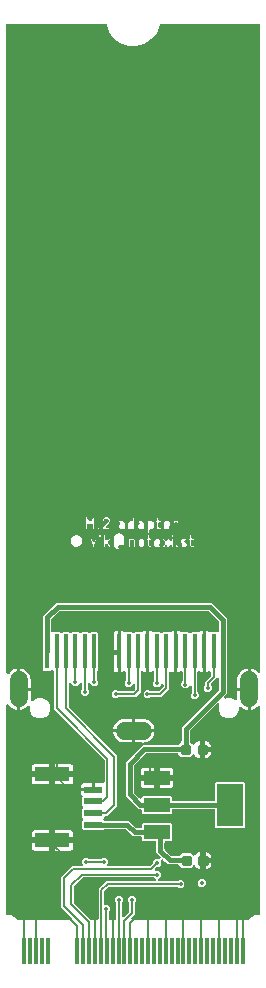
<source format=gbr>
G04 EAGLE Gerber RS-274X export*
G75*
%MOMM*%
%FSLAX34Y34*%
%LPD*%
%INTop Copper*%
%IPPOS*%
%AMOC8*
5,1,8,0,0,1.08239X$1,22.5*%
G01*
%ADD10C,0.460000*%
%ADD11R,1.550000X0.600000*%
%ADD12R,3.000000X1.200000*%
%ADD13R,2.235200X1.219200*%
%ADD14R,2.200000X3.600000*%
%ADD15R,0.350000X2.200000*%
%ADD16R,0.400000X3.000000*%
%ADD17C,1.500000*%
%ADD18C,0.381000*%
%ADD19C,0.152400*%
%ADD20C,0.352400*%

G36*
X56609Y38748D02*
X56609Y38748D01*
X56747Y38761D01*
X56767Y38768D01*
X56787Y38771D01*
X56916Y38822D01*
X57047Y38869D01*
X57064Y38880D01*
X57082Y38888D01*
X57194Y38969D01*
X57310Y39047D01*
X57323Y39063D01*
X57340Y39074D01*
X57428Y39182D01*
X57520Y39286D01*
X57530Y39304D01*
X57542Y39319D01*
X57602Y39445D01*
X57665Y39569D01*
X57669Y39589D01*
X57678Y39607D01*
X57704Y39743D01*
X57735Y39879D01*
X57734Y39900D01*
X57738Y39920D01*
X57729Y40058D01*
X57725Y40197D01*
X57719Y40217D01*
X57718Y40237D01*
X57675Y40369D01*
X57637Y40503D01*
X57626Y40520D01*
X57620Y40539D01*
X57545Y40657D01*
X57475Y40777D01*
X57456Y40798D01*
X57450Y40808D01*
X57435Y40822D01*
X57369Y40898D01*
X48713Y49553D01*
X48713Y74947D01*
X58053Y84287D01*
X66001Y84287D01*
X66139Y84304D01*
X66277Y84317D01*
X66296Y84324D01*
X66316Y84327D01*
X66446Y84378D01*
X66577Y84425D01*
X66593Y84436D01*
X66612Y84444D01*
X66725Y84525D01*
X66840Y84603D01*
X66853Y84619D01*
X66869Y84630D01*
X66958Y84738D01*
X67050Y84842D01*
X67059Y84860D01*
X67072Y84875D01*
X67131Y85001D01*
X67195Y85125D01*
X67199Y85145D01*
X67208Y85163D01*
X67234Y85299D01*
X67264Y85435D01*
X67264Y85456D01*
X67268Y85475D01*
X67259Y85614D01*
X67255Y85753D01*
X67249Y85773D01*
X67248Y85793D01*
X67205Y85925D01*
X67166Y86059D01*
X67156Y86076D01*
X67150Y86095D01*
X67075Y86213D01*
X67005Y86333D01*
X66986Y86354D01*
X66980Y86364D01*
X66965Y86378D01*
X66898Y86454D01*
X66713Y86639D01*
X66713Y89361D01*
X68639Y91287D01*
X71361Y91287D01*
X71990Y90658D01*
X72068Y90598D01*
X72140Y90530D01*
X72193Y90501D01*
X72241Y90464D01*
X72332Y90424D01*
X72419Y90376D01*
X72477Y90361D01*
X72533Y90337D01*
X72631Y90322D01*
X72726Y90297D01*
X72827Y90291D01*
X72847Y90287D01*
X72859Y90289D01*
X72887Y90287D01*
X82113Y90287D01*
X82211Y90299D01*
X82310Y90302D01*
X82368Y90319D01*
X82428Y90327D01*
X82520Y90363D01*
X82616Y90391D01*
X82668Y90421D01*
X82724Y90444D01*
X82804Y90502D01*
X82889Y90552D01*
X82965Y90618D01*
X82981Y90630D01*
X82989Y90640D01*
X83010Y90658D01*
X83639Y91287D01*
X86361Y91287D01*
X88287Y89361D01*
X88287Y86639D01*
X88102Y86454D01*
X88016Y86344D01*
X87928Y86237D01*
X87919Y86218D01*
X87907Y86202D01*
X87851Y86074D01*
X87792Y85949D01*
X87788Y85929D01*
X87780Y85910D01*
X87758Y85772D01*
X87732Y85636D01*
X87734Y85616D01*
X87730Y85596D01*
X87744Y85457D01*
X87752Y85319D01*
X87758Y85300D01*
X87760Y85280D01*
X87807Y85149D01*
X87850Y85017D01*
X87861Y84999D01*
X87868Y84980D01*
X87946Y84866D01*
X88020Y84748D01*
X88035Y84734D01*
X88046Y84717D01*
X88151Y84625D01*
X88252Y84530D01*
X88270Y84520D01*
X88285Y84507D01*
X88409Y84444D01*
X88530Y84376D01*
X88550Y84371D01*
X88568Y84362D01*
X88704Y84332D01*
X88838Y84297D01*
X88866Y84295D01*
X88878Y84292D01*
X88899Y84293D01*
X88999Y84287D01*
X123527Y84287D01*
X123625Y84299D01*
X123724Y84302D01*
X123782Y84319D01*
X123843Y84327D01*
X123935Y84363D01*
X124030Y84391D01*
X124082Y84421D01*
X124138Y84444D01*
X124218Y84502D01*
X124304Y84552D01*
X124379Y84618D01*
X124396Y84630D01*
X124403Y84640D01*
X124425Y84658D01*
X126342Y86575D01*
X126402Y86654D01*
X126470Y86726D01*
X126499Y86779D01*
X126536Y86827D01*
X126576Y86918D01*
X126624Y87004D01*
X126639Y87063D01*
X126663Y87119D01*
X126678Y87217D01*
X126703Y87312D01*
X126709Y87412D01*
X126713Y87433D01*
X126711Y87445D01*
X126713Y87473D01*
X126713Y88361D01*
X128639Y90287D01*
X131799Y90287D01*
X131936Y90304D01*
X132075Y90317D01*
X132094Y90324D01*
X132114Y90327D01*
X132243Y90378D01*
X132374Y90425D01*
X132391Y90436D01*
X132410Y90444D01*
X132522Y90525D01*
X132637Y90603D01*
X132651Y90619D01*
X132667Y90630D01*
X132756Y90738D01*
X132848Y90842D01*
X132857Y90860D01*
X132870Y90875D01*
X132929Y91001D01*
X132993Y91125D01*
X132997Y91145D01*
X133006Y91163D01*
X133032Y91299D01*
X133062Y91435D01*
X133062Y91456D01*
X133065Y91475D01*
X133057Y91614D01*
X133053Y91753D01*
X133047Y91773D01*
X133046Y91793D01*
X133003Y91925D01*
X132964Y92059D01*
X132954Y92076D01*
X132948Y92095D01*
X132873Y92213D01*
X132803Y92333D01*
X132784Y92354D01*
X132777Y92364D01*
X132762Y92378D01*
X132696Y92453D01*
X129570Y95579D01*
X129570Y103996D01*
X129555Y104114D01*
X129548Y104233D01*
X129535Y104271D01*
X129530Y104312D01*
X129487Y104422D01*
X129450Y104535D01*
X129428Y104570D01*
X129413Y104607D01*
X129344Y104703D01*
X129280Y104804D01*
X129250Y104832D01*
X129227Y104865D01*
X129135Y104941D01*
X129048Y105022D01*
X129013Y105042D01*
X128982Y105067D01*
X128874Y105118D01*
X128770Y105176D01*
X128730Y105186D01*
X128694Y105203D01*
X128577Y105225D01*
X128462Y105255D01*
X128402Y105259D01*
X128382Y105263D01*
X128361Y105261D01*
X128301Y105265D01*
X118204Y105265D01*
X117311Y106158D01*
X117311Y108187D01*
X117296Y108305D01*
X117289Y108424D01*
X117276Y108462D01*
X117271Y108503D01*
X117228Y108613D01*
X117191Y108726D01*
X117169Y108761D01*
X117154Y108798D01*
X117085Y108894D01*
X117021Y108995D01*
X116991Y109023D01*
X116968Y109056D01*
X116876Y109132D01*
X116789Y109213D01*
X116754Y109233D01*
X116723Y109258D01*
X116615Y109309D01*
X116511Y109367D01*
X116471Y109377D01*
X116435Y109394D01*
X116318Y109416D01*
X116203Y109446D01*
X116143Y109450D01*
X116123Y109454D01*
X116102Y109452D01*
X116042Y109456D01*
X109693Y109456D01*
X103951Y115199D01*
X103873Y115259D01*
X103801Y115327D01*
X103748Y115356D01*
X103700Y115393D01*
X103609Y115433D01*
X103522Y115481D01*
X103464Y115496D01*
X103408Y115520D01*
X103310Y115535D01*
X103214Y115560D01*
X103114Y115566D01*
X103094Y115570D01*
X103082Y115568D01*
X103054Y115570D01*
X86252Y115570D01*
X86154Y115558D01*
X86055Y115555D01*
X85997Y115538D01*
X85937Y115530D01*
X85845Y115494D01*
X85750Y115466D01*
X85697Y115436D01*
X85641Y115413D01*
X85561Y115355D01*
X85476Y115305D01*
X85400Y115239D01*
X85384Y115227D01*
X85376Y115217D01*
X85355Y115198D01*
X84632Y114475D01*
X67868Y114475D01*
X66975Y115368D01*
X66975Y122632D01*
X67446Y123102D01*
X67519Y123196D01*
X67598Y123286D01*
X67616Y123322D01*
X67641Y123354D01*
X67688Y123463D01*
X67743Y123569D01*
X67751Y123608D01*
X67767Y123646D01*
X67786Y123763D01*
X67812Y123879D01*
X67811Y123920D01*
X67817Y123960D01*
X67806Y124078D01*
X67803Y124197D01*
X67791Y124236D01*
X67788Y124276D01*
X67747Y124388D01*
X67714Y124503D01*
X67694Y124538D01*
X67680Y124576D01*
X67613Y124674D01*
X67553Y124777D01*
X67513Y124822D01*
X67501Y124839D01*
X67486Y124852D01*
X67446Y124897D01*
X66975Y125368D01*
X66975Y132632D01*
X67446Y133102D01*
X67519Y133196D01*
X67598Y133286D01*
X67616Y133322D01*
X67641Y133354D01*
X67688Y133463D01*
X67743Y133569D01*
X67751Y133608D01*
X67767Y133646D01*
X67786Y133763D01*
X67812Y133879D01*
X67811Y133920D01*
X67817Y133960D01*
X67806Y134078D01*
X67803Y134197D01*
X67791Y134236D01*
X67788Y134276D01*
X67747Y134388D01*
X67714Y134503D01*
X67694Y134538D01*
X67680Y134576D01*
X67613Y134674D01*
X67553Y134777D01*
X67513Y134822D01*
X67501Y134839D01*
X67486Y134852D01*
X67446Y134897D01*
X66975Y135368D01*
X66975Y142755D01*
X67024Y142851D01*
X67033Y142890D01*
X67049Y142927D01*
X67068Y143045D01*
X67094Y143161D01*
X67093Y143201D01*
X67099Y143241D01*
X67088Y143360D01*
X67084Y143479D01*
X67073Y143518D01*
X67069Y143558D01*
X67029Y143670D01*
X66996Y143784D01*
X66975Y143819D01*
X66962Y143857D01*
X66895Y143956D01*
X66834Y144058D01*
X66794Y144103D01*
X66783Y144120D01*
X66768Y144134D01*
X66728Y144179D01*
X66467Y144440D01*
X66132Y145019D01*
X65959Y145666D01*
X65959Y147501D01*
X76020Y147501D01*
X76138Y147516D01*
X76257Y147523D01*
X76295Y147535D01*
X76335Y147541D01*
X76446Y147584D01*
X76559Y147621D01*
X76593Y147643D01*
X76631Y147658D01*
X76727Y147727D01*
X76828Y147791D01*
X76856Y147821D01*
X76888Y147844D01*
X76964Y147936D01*
X77046Y148023D01*
X77065Y148058D01*
X77091Y148089D01*
X77111Y148133D01*
X77187Y148188D01*
X77288Y148251D01*
X77316Y148281D01*
X77349Y148305D01*
X77425Y148396D01*
X77506Y148483D01*
X77526Y148518D01*
X77551Y148550D01*
X77602Y148657D01*
X77660Y148762D01*
X77670Y148801D01*
X77687Y148837D01*
X77709Y148954D01*
X77739Y149070D01*
X77743Y149130D01*
X77747Y149150D01*
X77745Y149170D01*
X77749Y149230D01*
X77749Y154541D01*
X84444Y154541D01*
X84562Y154556D01*
X84681Y154563D01*
X84719Y154576D01*
X84760Y154581D01*
X84870Y154624D01*
X84983Y154661D01*
X85018Y154683D01*
X85055Y154698D01*
X85151Y154767D01*
X85252Y154831D01*
X85280Y154861D01*
X85313Y154884D01*
X85389Y154976D01*
X85470Y155063D01*
X85490Y155098D01*
X85515Y155129D01*
X85566Y155237D01*
X85624Y155341D01*
X85634Y155381D01*
X85651Y155417D01*
X85673Y155534D01*
X85703Y155649D01*
X85707Y155709D01*
X85711Y155729D01*
X85709Y155750D01*
X85713Y155810D01*
X85713Y173527D01*
X85701Y173625D01*
X85698Y173724D01*
X85681Y173782D01*
X85673Y173843D01*
X85637Y173935D01*
X85609Y174030D01*
X85579Y174082D01*
X85556Y174138D01*
X85498Y174218D01*
X85448Y174304D01*
X85382Y174379D01*
X85370Y174396D01*
X85360Y174403D01*
X85342Y174425D01*
X42713Y217053D01*
X42713Y248605D01*
X42701Y248703D01*
X42698Y248802D01*
X42681Y248860D01*
X42673Y248920D01*
X42637Y249012D01*
X42609Y249107D01*
X42579Y249160D01*
X42556Y249216D01*
X42498Y249296D01*
X42448Y249381D01*
X42382Y249457D01*
X42370Y249473D01*
X42360Y249481D01*
X42342Y249502D01*
X41898Y249946D01*
X41803Y250019D01*
X41714Y250098D01*
X41678Y250116D01*
X41646Y250141D01*
X41537Y250188D01*
X41431Y250243D01*
X41391Y250251D01*
X41354Y250267D01*
X41237Y250286D01*
X41121Y250312D01*
X41080Y250311D01*
X41040Y250317D01*
X40922Y250306D01*
X40803Y250303D01*
X40764Y250291D01*
X40724Y250288D01*
X40611Y250247D01*
X40497Y250214D01*
X40463Y250194D01*
X40424Y250180D01*
X40326Y250113D01*
X40223Y250053D01*
X40178Y250013D01*
X40161Y250001D01*
X40148Y249986D01*
X40103Y249946D01*
X39632Y249475D01*
X34368Y249475D01*
X33475Y250368D01*
X33475Y281774D01*
X33481Y281784D01*
X33496Y281842D01*
X33520Y281898D01*
X33535Y281996D01*
X33560Y282092D01*
X33566Y282192D01*
X33570Y282212D01*
X33568Y282224D01*
X33570Y282252D01*
X33570Y296421D01*
X44579Y307430D01*
X176421Y307430D01*
X189430Y294421D01*
X189430Y282252D01*
X189442Y282154D01*
X189445Y282055D01*
X189462Y281997D01*
X189470Y281937D01*
X189506Y281845D01*
X189525Y281780D01*
X189525Y250226D01*
X189519Y250216D01*
X189504Y250158D01*
X189480Y250102D01*
X189465Y250004D01*
X189440Y249908D01*
X189434Y249808D01*
X189430Y249788D01*
X189432Y249776D01*
X189430Y249748D01*
X189430Y230579D01*
X187138Y228288D01*
X187095Y228233D01*
X187045Y228184D01*
X186998Y228108D01*
X186943Y228037D01*
X186916Y227973D01*
X186879Y227913D01*
X186853Y227827D01*
X186817Y227745D01*
X186806Y227676D01*
X186786Y227609D01*
X186781Y227520D01*
X186767Y227431D01*
X186774Y227361D01*
X186770Y227291D01*
X186789Y227204D01*
X186797Y227114D01*
X186821Y227048D01*
X186835Y226980D01*
X186874Y226899D01*
X186905Y226815D01*
X186944Y226757D01*
X186974Y226694D01*
X187033Y226626D01*
X187083Y226552D01*
X187135Y226505D01*
X187181Y226452D01*
X187254Y226401D01*
X187322Y226341D01*
X187384Y226309D01*
X187441Y226269D01*
X187525Y226237D01*
X187605Y226197D01*
X187673Y226181D01*
X187738Y226157D01*
X187827Y226147D01*
X187915Y226127D01*
X187985Y226129D01*
X188054Y226121D01*
X188143Y226134D01*
X188233Y226137D01*
X188300Y226156D01*
X188369Y226166D01*
X188522Y226218D01*
X189301Y226541D01*
X192699Y226541D01*
X195866Y225229D01*
X195902Y225201D01*
X196009Y225112D01*
X196028Y225103D01*
X196044Y225091D01*
X196172Y225036D01*
X196297Y224976D01*
X196317Y224973D01*
X196336Y224965D01*
X196473Y224943D01*
X196610Y224917D01*
X196630Y224918D01*
X196650Y224915D01*
X196788Y224928D01*
X196927Y224936D01*
X196946Y224943D01*
X196966Y224945D01*
X197098Y224992D01*
X197229Y225034D01*
X197246Y225045D01*
X197266Y225052D01*
X197381Y225130D01*
X197498Y225205D01*
X197512Y225219D01*
X197529Y225231D01*
X197621Y225335D01*
X197716Y225436D01*
X197726Y225454D01*
X197739Y225469D01*
X197802Y225593D01*
X197870Y225715D01*
X197875Y225734D01*
X197884Y225752D01*
X197914Y225889D01*
X197949Y226023D01*
X197951Y226051D01*
X197954Y226063D01*
X197953Y226083D01*
X197959Y226183D01*
X197959Y232731D01*
X206731Y232731D01*
X206731Y216535D01*
X205649Y216707D01*
X204146Y217195D01*
X202737Y217912D01*
X201556Y218771D01*
X201521Y218790D01*
X201491Y218815D01*
X201382Y218866D01*
X201277Y218924D01*
X201239Y218934D01*
X201203Y218951D01*
X201086Y218973D01*
X200969Y219003D01*
X200929Y219003D01*
X200890Y219011D01*
X200771Y219003D01*
X200651Y219003D01*
X200613Y218993D01*
X200573Y218991D01*
X200459Y218954D01*
X200343Y218924D01*
X200308Y218905D01*
X200271Y218893D01*
X200169Y218829D01*
X200065Y218771D01*
X200036Y218744D01*
X200002Y218723D01*
X199920Y218635D01*
X199833Y218554D01*
X199811Y218520D01*
X199784Y218491D01*
X199726Y218386D01*
X199662Y218285D01*
X199650Y218247D01*
X199630Y218213D01*
X199601Y218097D01*
X199563Y217983D01*
X199561Y217943D01*
X199551Y217905D01*
X199541Y217744D01*
X199541Y216301D01*
X198241Y213162D01*
X195838Y210759D01*
X192699Y209459D01*
X189301Y209459D01*
X186162Y210759D01*
X183759Y213162D01*
X182459Y216301D01*
X182459Y219699D01*
X182782Y220478D01*
X182801Y220546D01*
X182828Y220610D01*
X182842Y220699D01*
X182866Y220785D01*
X182867Y220855D01*
X182878Y220924D01*
X182870Y221013D01*
X182871Y221103D01*
X182855Y221171D01*
X182848Y221241D01*
X182818Y221325D01*
X182797Y221412D01*
X182764Y221474D01*
X182741Y221540D01*
X182690Y221614D01*
X182648Y221694D01*
X182601Y221745D01*
X182562Y221803D01*
X182495Y221862D01*
X182434Y221929D01*
X182376Y221967D01*
X182324Y222013D01*
X182244Y222054D01*
X182169Y222104D01*
X182103Y222126D01*
X182041Y222158D01*
X181953Y222178D01*
X181868Y222207D01*
X181798Y222212D01*
X181730Y222228D01*
X181641Y222225D01*
X181551Y222232D01*
X181482Y222220D01*
X181412Y222218D01*
X181326Y222193D01*
X181238Y222178D01*
X181174Y222149D01*
X181107Y222130D01*
X181030Y222084D01*
X180948Y222047D01*
X180893Y222004D01*
X180833Y221968D01*
X180712Y221862D01*
X158151Y199301D01*
X158091Y199223D01*
X158023Y199151D01*
X157994Y199098D01*
X157957Y199050D01*
X157917Y198959D01*
X157869Y198872D01*
X157854Y198814D01*
X157830Y198758D01*
X157815Y198660D01*
X157790Y198564D01*
X157784Y198464D01*
X157780Y198444D01*
X157782Y198432D01*
X157780Y198404D01*
X157780Y190255D01*
X157792Y190157D01*
X157795Y190058D01*
X157812Y190000D01*
X157820Y189939D01*
X157856Y189847D01*
X157884Y189752D01*
X157914Y189700D01*
X157937Y189644D01*
X157995Y189564D01*
X158045Y189478D01*
X158111Y189403D01*
X158123Y189386D01*
X158133Y189379D01*
X158151Y189358D01*
X159928Y187581D01*
X159995Y187529D01*
X160055Y187470D01*
X160120Y187432D01*
X160179Y187386D01*
X160257Y187353D01*
X160330Y187310D01*
X160402Y187290D01*
X160471Y187260D01*
X160554Y187247D01*
X160636Y187224D01*
X160711Y187222D01*
X160785Y187210D01*
X160869Y187218D01*
X160953Y187216D01*
X161027Y187233D01*
X161102Y187240D01*
X161181Y187269D01*
X161263Y187287D01*
X161330Y187322D01*
X161401Y187347D01*
X161471Y187395D01*
X161546Y187434D01*
X161602Y187484D01*
X161664Y187526D01*
X161707Y187575D01*
X161710Y187577D01*
X161721Y187590D01*
X161783Y187646D01*
X161869Y187758D01*
X161875Y187765D01*
X161876Y187768D01*
X161881Y187774D01*
X162390Y188536D01*
X163064Y189210D01*
X163857Y189740D01*
X164738Y190105D01*
X165673Y190291D01*
X166151Y190291D01*
X166151Y184130D01*
X166166Y184012D01*
X166173Y183893D01*
X166185Y183855D01*
X166191Y183815D01*
X166234Y183704D01*
X166271Y183591D01*
X166293Y183557D01*
X166308Y183519D01*
X166377Y183423D01*
X166441Y183322D01*
X166471Y183294D01*
X166494Y183262D01*
X166586Y183186D01*
X166673Y183104D01*
X166687Y183096D01*
X166612Y183049D01*
X166584Y183019D01*
X166551Y182995D01*
X166475Y182904D01*
X166394Y182817D01*
X166374Y182782D01*
X166349Y182750D01*
X166298Y182643D01*
X166240Y182538D01*
X166230Y182499D01*
X166213Y182463D01*
X166191Y182346D01*
X166161Y182230D01*
X166157Y182170D01*
X166153Y182150D01*
X166155Y182130D01*
X166151Y182070D01*
X166151Y175909D01*
X165673Y175909D01*
X164738Y176095D01*
X163857Y176460D01*
X163064Y176990D01*
X162390Y177664D01*
X161881Y178426D01*
X161825Y178490D01*
X161778Y178560D01*
X161722Y178610D01*
X161672Y178667D01*
X161603Y178715D01*
X161539Y178771D01*
X161472Y178805D01*
X161411Y178848D01*
X161331Y178877D01*
X161256Y178915D01*
X161183Y178932D01*
X161112Y178958D01*
X161028Y178966D01*
X160946Y178985D01*
X160871Y178983D01*
X160796Y178990D01*
X160713Y178978D01*
X160628Y178975D01*
X160556Y178954D01*
X160481Y178943D01*
X160404Y178910D01*
X160323Y178887D01*
X160258Y178849D01*
X160189Y178819D01*
X160121Y178768D01*
X160049Y178725D01*
X159943Y178632D01*
X159936Y178626D01*
X159933Y178624D01*
X159928Y178619D01*
X158234Y176925D01*
X150466Y176925D01*
X148092Y179299D01*
X148014Y179359D01*
X147942Y179427D01*
X147889Y179456D01*
X147841Y179493D01*
X147750Y179533D01*
X147664Y179581D01*
X147605Y179596D01*
X147549Y179620D01*
X147451Y179635D01*
X147356Y179660D01*
X147256Y179666D01*
X147235Y179670D01*
X147223Y179668D01*
X147195Y179670D01*
X121046Y179670D01*
X120948Y179658D01*
X120849Y179655D01*
X120791Y179638D01*
X120731Y179630D01*
X120639Y179594D01*
X120544Y179566D01*
X120491Y179536D01*
X120435Y179513D01*
X120355Y179455D01*
X120270Y179405D01*
X120194Y179339D01*
X120178Y179327D01*
X120170Y179317D01*
X120149Y179299D01*
X110801Y169951D01*
X110741Y169873D01*
X110673Y169801D01*
X110644Y169748D01*
X110607Y169700D01*
X110567Y169609D01*
X110519Y169522D01*
X110504Y169464D01*
X110480Y169408D01*
X110465Y169310D01*
X110440Y169214D01*
X110434Y169114D01*
X110430Y169094D01*
X110432Y169082D01*
X110430Y169054D01*
X110430Y146946D01*
X110442Y146848D01*
X110445Y146749D01*
X110462Y146691D01*
X110470Y146631D01*
X110506Y146539D01*
X110534Y146444D01*
X110564Y146391D01*
X110587Y146335D01*
X110645Y146255D01*
X110695Y146170D01*
X110761Y146094D01*
X110773Y146078D01*
X110783Y146070D01*
X110801Y146049D01*
X115145Y141706D01*
X115254Y141621D01*
X115361Y141532D01*
X115380Y141523D01*
X115396Y141511D01*
X115524Y141455D01*
X115649Y141396D01*
X115669Y141393D01*
X115688Y141385D01*
X115826Y141363D01*
X115962Y141337D01*
X115982Y141338D01*
X116002Y141335D01*
X116141Y141348D01*
X116279Y141356D01*
X116298Y141363D01*
X116318Y141365D01*
X116450Y141412D01*
X116581Y141454D01*
X116599Y141465D01*
X116618Y141472D01*
X116733Y141550D01*
X116850Y141625D01*
X116864Y141639D01*
X116881Y141651D01*
X116973Y141755D01*
X117068Y141856D01*
X117078Y141874D01*
X117091Y141889D01*
X117154Y142013D01*
X117222Y142135D01*
X117227Y142154D01*
X117236Y142172D01*
X117266Y142308D01*
X117301Y142443D01*
X117303Y142471D01*
X117306Y142483D01*
X117305Y142503D01*
X117311Y142603D01*
X117311Y142728D01*
X118204Y143621D01*
X141820Y143621D01*
X142713Y142728D01*
X142713Y140699D01*
X142728Y140581D01*
X142735Y140462D01*
X142748Y140424D01*
X142753Y140383D01*
X142796Y140273D01*
X142833Y140160D01*
X142855Y140125D01*
X142870Y140088D01*
X142939Y139992D01*
X143003Y139891D01*
X143033Y139863D01*
X143056Y139830D01*
X143148Y139754D01*
X143235Y139673D01*
X143270Y139653D01*
X143301Y139628D01*
X143409Y139577D01*
X143513Y139519D01*
X143553Y139509D01*
X143589Y139492D01*
X143706Y139470D01*
X143821Y139440D01*
X143881Y139436D01*
X143901Y139432D01*
X143922Y139434D01*
X143982Y139430D01*
X178196Y139430D01*
X178314Y139445D01*
X178433Y139452D01*
X178471Y139465D01*
X178512Y139470D01*
X178622Y139513D01*
X178735Y139550D01*
X178770Y139572D01*
X178807Y139587D01*
X178903Y139656D01*
X179004Y139720D01*
X179032Y139750D01*
X179065Y139773D01*
X179141Y139865D01*
X179222Y139952D01*
X179242Y139987D01*
X179267Y140018D01*
X179318Y140126D01*
X179376Y140230D01*
X179386Y140270D01*
X179403Y140306D01*
X179425Y140423D01*
X179455Y140538D01*
X179459Y140598D01*
X179463Y140618D01*
X179461Y140639D01*
X179465Y140699D01*
X179465Y154632D01*
X180358Y155525D01*
X203622Y155525D01*
X204515Y154632D01*
X204515Y117368D01*
X203622Y116475D01*
X180358Y116475D01*
X179465Y117368D01*
X179465Y131301D01*
X179450Y131419D01*
X179443Y131538D01*
X179430Y131576D01*
X179425Y131617D01*
X179382Y131727D01*
X179345Y131840D01*
X179323Y131875D01*
X179308Y131912D01*
X179239Y132008D01*
X179175Y132109D01*
X179145Y132137D01*
X179122Y132170D01*
X179030Y132246D01*
X178943Y132327D01*
X178908Y132347D01*
X178877Y132372D01*
X178769Y132423D01*
X178665Y132481D01*
X178625Y132491D01*
X178589Y132508D01*
X178472Y132530D01*
X178357Y132560D01*
X178297Y132564D01*
X178277Y132568D01*
X178256Y132566D01*
X178196Y132570D01*
X143982Y132570D01*
X143864Y132555D01*
X143745Y132548D01*
X143707Y132535D01*
X143666Y132530D01*
X143556Y132487D01*
X143443Y132450D01*
X143408Y132428D01*
X143371Y132413D01*
X143275Y132344D01*
X143174Y132280D01*
X143146Y132250D01*
X143113Y132227D01*
X143037Y132135D01*
X142956Y132048D01*
X142936Y132013D01*
X142911Y131982D01*
X142860Y131874D01*
X142802Y131770D01*
X142792Y131730D01*
X142775Y131694D01*
X142753Y131577D01*
X142723Y131462D01*
X142719Y131402D01*
X142715Y131382D01*
X142717Y131361D01*
X142713Y131301D01*
X142713Y129272D01*
X141820Y128379D01*
X118204Y128379D01*
X117311Y129272D01*
X117311Y131301D01*
X117296Y131419D01*
X117289Y131538D01*
X117276Y131576D01*
X117271Y131617D01*
X117228Y131727D01*
X117191Y131840D01*
X117169Y131875D01*
X117154Y131912D01*
X117085Y132008D01*
X117021Y132109D01*
X116991Y132137D01*
X116968Y132170D01*
X116876Y132246D01*
X116789Y132327D01*
X116754Y132347D01*
X116723Y132372D01*
X116615Y132423D01*
X116511Y132481D01*
X116471Y132491D01*
X116435Y132508D01*
X116318Y132530D01*
X116203Y132560D01*
X116143Y132564D01*
X116123Y132568D01*
X116102Y132566D01*
X116042Y132570D01*
X114579Y132570D01*
X103570Y143579D01*
X103570Y172421D01*
X117942Y186793D01*
X118027Y186902D01*
X118116Y187009D01*
X118125Y187028D01*
X118137Y187044D01*
X118193Y187172D01*
X118252Y187297D01*
X118255Y187317D01*
X118263Y187336D01*
X118285Y187474D01*
X118311Y187610D01*
X118310Y187630D01*
X118313Y187650D01*
X118300Y187789D01*
X118292Y187927D01*
X118285Y187946D01*
X118283Y187966D01*
X118236Y188097D01*
X118194Y188229D01*
X118183Y188247D01*
X118176Y188266D01*
X118098Y188381D01*
X118023Y188498D01*
X118009Y188512D01*
X117997Y188529D01*
X117893Y188621D01*
X117792Y188716D01*
X117774Y188726D01*
X117759Y188739D01*
X117635Y188802D01*
X117513Y188870D01*
X117494Y188875D01*
X117476Y188884D01*
X117340Y188914D01*
X117205Y188949D01*
X117177Y188951D01*
X117165Y188954D01*
X117145Y188953D01*
X117045Y188959D01*
X111769Y188959D01*
X111769Y197731D01*
X127965Y197731D01*
X127793Y196649D01*
X127305Y195146D01*
X126588Y193738D01*
X125659Y192459D01*
X124541Y191341D01*
X123262Y190412D01*
X121854Y189695D01*
X120351Y189207D01*
X119379Y189053D01*
X119322Y189036D01*
X119262Y189028D01*
X119170Y188992D01*
X119074Y188964D01*
X119022Y188933D01*
X118967Y188911D01*
X118886Y188853D01*
X118800Y188802D01*
X118758Y188760D01*
X118709Y188725D01*
X118646Y188648D01*
X118575Y188577D01*
X118545Y188526D01*
X118507Y188480D01*
X118464Y188389D01*
X118413Y188304D01*
X118397Y188246D01*
X118371Y188192D01*
X118352Y188094D01*
X118324Y187998D01*
X118323Y187938D01*
X118311Y187879D01*
X118317Y187780D01*
X118314Y187680D01*
X118327Y187622D01*
X118331Y187562D01*
X118362Y187467D01*
X118383Y187370D01*
X118411Y187317D01*
X118429Y187260D01*
X118482Y187175D01*
X118528Y187086D01*
X118567Y187042D01*
X118599Y186991D01*
X118672Y186922D01*
X118738Y186848D01*
X118787Y186814D01*
X118831Y186773D01*
X118918Y186725D01*
X119001Y186669D01*
X119057Y186648D01*
X119109Y186619D01*
X119206Y186595D01*
X119300Y186561D01*
X119359Y186555D01*
X119417Y186540D01*
X119578Y186530D01*
X147195Y186530D01*
X147293Y186542D01*
X147392Y186545D01*
X147450Y186562D01*
X147511Y186570D01*
X147603Y186606D01*
X147698Y186634D01*
X147750Y186664D01*
X147806Y186687D01*
X147886Y186745D01*
X147972Y186795D01*
X148047Y186861D01*
X148064Y186873D01*
X148071Y186883D01*
X148092Y186901D01*
X150549Y189358D01*
X150609Y189436D01*
X150677Y189508D01*
X150706Y189561D01*
X150743Y189609D01*
X150783Y189700D01*
X150831Y189786D01*
X150846Y189845D01*
X150870Y189901D01*
X150885Y189999D01*
X150910Y190094D01*
X150916Y190194D01*
X150920Y190215D01*
X150918Y190227D01*
X150920Y190255D01*
X150920Y201771D01*
X182199Y233049D01*
X182259Y233127D01*
X182327Y233199D01*
X182356Y233252D01*
X182393Y233300D01*
X182433Y233391D01*
X182481Y233478D01*
X182496Y233536D01*
X182520Y233592D01*
X182535Y233690D01*
X182560Y233786D01*
X182566Y233886D01*
X182570Y233906D01*
X182568Y233918D01*
X182570Y233946D01*
X182570Y242272D01*
X182553Y242410D01*
X182540Y242548D01*
X182533Y242568D01*
X182530Y242588D01*
X182479Y242717D01*
X182432Y242848D01*
X182421Y242865D01*
X182413Y242883D01*
X182332Y242996D01*
X182254Y243111D01*
X182238Y243124D01*
X182227Y243141D01*
X182119Y243230D01*
X182015Y243321D01*
X181997Y243331D01*
X181982Y243343D01*
X181856Y243403D01*
X181732Y243466D01*
X181712Y243470D01*
X181694Y243479D01*
X181558Y243505D01*
X181422Y243536D01*
X181401Y243535D01*
X181382Y243539D01*
X181243Y243530D01*
X181104Y243526D01*
X181084Y243520D01*
X181064Y243519D01*
X180932Y243476D01*
X180798Y243438D01*
X180781Y243427D01*
X180762Y243421D01*
X180644Y243347D01*
X180524Y243276D01*
X180503Y243257D01*
X180493Y243251D01*
X180479Y243236D01*
X180404Y243170D01*
X175839Y238605D01*
X175765Y238510D01*
X175687Y238421D01*
X175668Y238385D01*
X175644Y238353D01*
X175596Y238244D01*
X175542Y238138D01*
X175533Y238099D01*
X175517Y238061D01*
X175499Y237944D01*
X175473Y237828D01*
X175474Y237787D01*
X175467Y237747D01*
X175479Y237629D01*
X175482Y237510D01*
X175493Y237471D01*
X175497Y237431D01*
X175537Y237319D01*
X175571Y237204D01*
X175591Y237170D01*
X175605Y237131D01*
X175672Y237033D01*
X175732Y236930D01*
X175772Y236885D01*
X175783Y236868D01*
X175799Y236855D01*
X175839Y236810D01*
X176287Y236361D01*
X176287Y233639D01*
X174361Y231713D01*
X171639Y231713D01*
X169713Y233639D01*
X169713Y236361D01*
X170342Y236990D01*
X170402Y237068D01*
X170470Y237140D01*
X170499Y237193D01*
X170536Y237241D01*
X170576Y237332D01*
X170624Y237419D01*
X170639Y237477D01*
X170663Y237533D01*
X170678Y237631D01*
X170703Y237726D01*
X170709Y237827D01*
X170713Y237847D01*
X170711Y237859D01*
X170713Y237887D01*
X170713Y239947D01*
X175342Y244575D01*
X175402Y244654D01*
X175470Y244726D01*
X175499Y244779D01*
X175536Y244827D01*
X175576Y244918D01*
X175624Y245004D01*
X175639Y245063D01*
X175663Y245119D01*
X175678Y245217D01*
X175703Y245312D01*
X175709Y245412D01*
X175713Y245433D01*
X175711Y245445D01*
X175713Y245473D01*
X175713Y248056D01*
X175696Y248194D01*
X175683Y248332D01*
X175676Y248351D01*
X175673Y248371D01*
X175622Y248501D01*
X175575Y248632D01*
X175564Y248648D01*
X175556Y248667D01*
X175475Y248779D01*
X175397Y248895D01*
X175381Y248908D01*
X175370Y248924D01*
X175262Y249013D01*
X175158Y249105D01*
X175140Y249114D01*
X175125Y249127D01*
X174999Y249187D01*
X174875Y249250D01*
X174855Y249254D01*
X174837Y249263D01*
X174701Y249289D01*
X174564Y249319D01*
X174544Y249319D01*
X174525Y249323D01*
X174386Y249314D01*
X174247Y249310D01*
X174227Y249304D01*
X174207Y249303D01*
X174075Y249260D01*
X173941Y249221D01*
X173924Y249211D01*
X173905Y249205D01*
X173787Y249131D01*
X173667Y249060D01*
X173646Y249041D01*
X173636Y249035D01*
X173622Y249020D01*
X173565Y248970D01*
X172981Y248632D01*
X172334Y248459D01*
X171269Y248459D01*
X171269Y266000D01*
X171269Y283541D01*
X172334Y283541D01*
X172981Y283368D01*
X173560Y283033D01*
X173821Y282772D01*
X173909Y282704D01*
X173945Y282670D01*
X173953Y282665D01*
X174004Y282620D01*
X174040Y282602D01*
X174072Y282577D01*
X174182Y282530D01*
X174288Y282476D01*
X174327Y282467D01*
X174364Y282451D01*
X174482Y282432D01*
X174598Y282406D01*
X174638Y282407D01*
X174678Y282401D01*
X174797Y282412D01*
X174916Y282416D01*
X174955Y282427D01*
X174995Y282431D01*
X175107Y282471D01*
X175221Y282504D01*
X175256Y282525D01*
X180731Y282525D01*
X180783Y282503D01*
X180908Y282443D01*
X180928Y282440D01*
X180947Y282432D01*
X181084Y282410D01*
X181221Y282384D01*
X181241Y282385D01*
X181261Y282382D01*
X181399Y282395D01*
X181538Y282403D01*
X181557Y282410D01*
X181577Y282411D01*
X181709Y282459D01*
X181840Y282501D01*
X181857Y282512D01*
X181877Y282519D01*
X181991Y282597D01*
X182109Y282672D01*
X182123Y282686D01*
X182140Y282698D01*
X182231Y282801D01*
X182327Y282903D01*
X182337Y282921D01*
X182350Y282936D01*
X182413Y283060D01*
X182481Y283182D01*
X182486Y283201D01*
X182495Y283219D01*
X182525Y283355D01*
X182560Y283490D01*
X182562Y283517D01*
X182565Y283529D01*
X182564Y283550D01*
X182570Y283650D01*
X182570Y291054D01*
X182558Y291152D01*
X182555Y291251D01*
X182538Y291309D01*
X182530Y291369D01*
X182494Y291461D01*
X182466Y291556D01*
X182436Y291609D01*
X182413Y291665D01*
X182355Y291745D01*
X182305Y291830D01*
X182239Y291906D01*
X182227Y291922D01*
X182217Y291930D01*
X182199Y291951D01*
X173951Y300199D01*
X173873Y300259D01*
X173801Y300327D01*
X173748Y300356D01*
X173700Y300393D01*
X173609Y300433D01*
X173522Y300481D01*
X173464Y300496D01*
X173408Y300520D01*
X173310Y300535D01*
X173214Y300560D01*
X173114Y300566D01*
X173094Y300570D01*
X173082Y300568D01*
X173054Y300570D01*
X47946Y300570D01*
X47848Y300558D01*
X47749Y300555D01*
X47691Y300538D01*
X47631Y300530D01*
X47539Y300494D01*
X47444Y300466D01*
X47391Y300436D01*
X47335Y300413D01*
X47255Y300355D01*
X47170Y300305D01*
X47094Y300239D01*
X47078Y300227D01*
X47070Y300217D01*
X47049Y300199D01*
X40801Y293951D01*
X40741Y293873D01*
X40673Y293801D01*
X40644Y293748D01*
X40607Y293700D01*
X40567Y293609D01*
X40519Y293522D01*
X40504Y293464D01*
X40480Y293408D01*
X40465Y293310D01*
X40440Y293214D01*
X40434Y293114D01*
X40430Y293094D01*
X40432Y293082D01*
X40430Y293054D01*
X40430Y283650D01*
X40447Y283513D01*
X40452Y283463D01*
X40452Y283459D01*
X40460Y283374D01*
X40467Y283355D01*
X40470Y283335D01*
X40521Y283206D01*
X40568Y283075D01*
X40579Y283058D01*
X40587Y283039D01*
X40668Y282927D01*
X40746Y282811D01*
X40762Y282798D01*
X40773Y282782D01*
X40881Y282693D01*
X40985Y282601D01*
X41003Y282592D01*
X41018Y282579D01*
X41144Y282520D01*
X41268Y282456D01*
X41288Y282452D01*
X41306Y282443D01*
X41442Y282417D01*
X41578Y282387D01*
X41599Y282387D01*
X41618Y282384D01*
X41757Y282392D01*
X41896Y282396D01*
X41916Y282402D01*
X41936Y282403D01*
X42068Y282446D01*
X42202Y282485D01*
X42219Y282495D01*
X42238Y282501D01*
X42275Y282525D01*
X47632Y282525D01*
X48103Y282054D01*
X48197Y281981D01*
X48286Y281902D01*
X48322Y281884D01*
X48354Y281859D01*
X48463Y281811D01*
X48569Y281757D01*
X48608Y281749D01*
X48646Y281733D01*
X48763Y281714D01*
X48879Y281688D01*
X48920Y281689D01*
X48960Y281683D01*
X49078Y281694D01*
X49197Y281697D01*
X49236Y281709D01*
X49276Y281712D01*
X49388Y281753D01*
X49503Y281786D01*
X49538Y281806D01*
X49576Y281820D01*
X49674Y281887D01*
X49777Y281947D01*
X49822Y281987D01*
X49839Y281999D01*
X49852Y282014D01*
X49898Y282054D01*
X50368Y282525D01*
X55632Y282525D01*
X56103Y282054D01*
X56197Y281981D01*
X56286Y281902D01*
X56322Y281884D01*
X56354Y281859D01*
X56463Y281811D01*
X56569Y281757D01*
X56608Y281749D01*
X56646Y281733D01*
X56763Y281714D01*
X56879Y281688D01*
X56920Y281689D01*
X56960Y281683D01*
X57078Y281694D01*
X57197Y281697D01*
X57236Y281709D01*
X57276Y281712D01*
X57388Y281753D01*
X57503Y281786D01*
X57538Y281806D01*
X57576Y281820D01*
X57674Y281887D01*
X57777Y281947D01*
X57822Y281987D01*
X57839Y281999D01*
X57852Y282014D01*
X57898Y282054D01*
X58368Y282525D01*
X63632Y282525D01*
X64103Y282054D01*
X64197Y281981D01*
X64286Y281902D01*
X64322Y281884D01*
X64354Y281859D01*
X64463Y281811D01*
X64569Y281757D01*
X64608Y281749D01*
X64646Y281733D01*
X64763Y281714D01*
X64879Y281688D01*
X64920Y281689D01*
X64960Y281683D01*
X65078Y281694D01*
X65197Y281697D01*
X65236Y281709D01*
X65276Y281712D01*
X65388Y281753D01*
X65503Y281786D01*
X65538Y281806D01*
X65576Y281820D01*
X65674Y281887D01*
X65777Y281947D01*
X65822Y281987D01*
X65839Y281999D01*
X65852Y282014D01*
X65898Y282054D01*
X66368Y282525D01*
X71632Y282525D01*
X72102Y282054D01*
X72196Y281981D01*
X72286Y281902D01*
X72322Y281884D01*
X72354Y281859D01*
X72463Y281812D01*
X72569Y281757D01*
X72608Y281749D01*
X72646Y281733D01*
X72763Y281714D01*
X72879Y281688D01*
X72920Y281689D01*
X72960Y281683D01*
X73078Y281694D01*
X73197Y281697D01*
X73236Y281709D01*
X73276Y281712D01*
X73388Y281753D01*
X73503Y281786D01*
X73538Y281806D01*
X73576Y281820D01*
X73674Y281887D01*
X73777Y281947D01*
X73822Y281987D01*
X73839Y281999D01*
X73852Y282014D01*
X73897Y282054D01*
X74368Y282525D01*
X79632Y282525D01*
X80525Y281632D01*
X80525Y250368D01*
X79658Y249502D01*
X79598Y249424D01*
X79530Y249352D01*
X79501Y249299D01*
X79464Y249251D01*
X79424Y249160D01*
X79376Y249073D01*
X79361Y249015D01*
X79337Y248959D01*
X79322Y248861D01*
X79297Y248765D01*
X79291Y248665D01*
X79287Y248645D01*
X79289Y248633D01*
X79287Y248605D01*
X79287Y242887D01*
X79299Y242789D01*
X79302Y242690D01*
X79319Y242632D01*
X79327Y242572D01*
X79363Y242480D01*
X79391Y242384D01*
X79421Y242332D01*
X79444Y242276D01*
X79502Y242196D01*
X79552Y242111D01*
X79618Y242035D01*
X79630Y242019D01*
X79640Y242011D01*
X79658Y241990D01*
X80287Y241361D01*
X80287Y238639D01*
X78361Y236713D01*
X75639Y236713D01*
X73453Y238898D01*
X73344Y238984D01*
X73237Y239072D01*
X73218Y239081D01*
X73202Y239093D01*
X73074Y239149D01*
X72949Y239208D01*
X72929Y239212D01*
X72910Y239220D01*
X72772Y239242D01*
X72636Y239268D01*
X72616Y239266D01*
X72596Y239270D01*
X72457Y239256D01*
X72319Y239248D01*
X72300Y239242D01*
X72280Y239240D01*
X72148Y239193D01*
X72017Y239150D01*
X71999Y239139D01*
X71980Y239132D01*
X71865Y239054D01*
X71748Y238980D01*
X71734Y238965D01*
X71717Y238954D01*
X71625Y238849D01*
X71530Y238748D01*
X71520Y238730D01*
X71507Y238715D01*
X71443Y238591D01*
X71376Y238470D01*
X71371Y238450D01*
X71362Y238432D01*
X71332Y238296D01*
X71297Y238162D01*
X71295Y238134D01*
X71292Y238122D01*
X71293Y238101D01*
X71287Y238001D01*
X71287Y234887D01*
X71299Y234789D01*
X71302Y234690D01*
X71319Y234632D01*
X71327Y234572D01*
X71363Y234480D01*
X71391Y234384D01*
X71421Y234332D01*
X71444Y234276D01*
X71502Y234196D01*
X71552Y234111D01*
X71618Y234035D01*
X71630Y234019D01*
X71640Y234011D01*
X71658Y233990D01*
X72287Y233361D01*
X72287Y230639D01*
X70361Y228713D01*
X67639Y228713D01*
X65713Y230639D01*
X65713Y233361D01*
X66342Y233990D01*
X66402Y234068D01*
X66470Y234140D01*
X66499Y234193D01*
X66536Y234241D01*
X66576Y234332D01*
X66624Y234419D01*
X66639Y234477D01*
X66663Y234533D01*
X66678Y234631D01*
X66703Y234726D01*
X66709Y234827D01*
X66713Y234847D01*
X66711Y234859D01*
X66713Y234887D01*
X66713Y238001D01*
X66696Y238138D01*
X66683Y238277D01*
X66676Y238296D01*
X66673Y238316D01*
X66622Y238445D01*
X66575Y238577D01*
X66564Y238593D01*
X66556Y238612D01*
X66475Y238725D01*
X66397Y238840D01*
X66381Y238853D01*
X66370Y238869D01*
X66262Y238958D01*
X66158Y239050D01*
X66140Y239059D01*
X66125Y239072D01*
X65999Y239132D01*
X65875Y239195D01*
X65855Y239199D01*
X65837Y239208D01*
X65701Y239234D01*
X65565Y239264D01*
X65544Y239264D01*
X65525Y239268D01*
X65386Y239259D01*
X65247Y239255D01*
X65227Y239249D01*
X65207Y239248D01*
X65075Y239205D01*
X64941Y239166D01*
X64924Y239156D01*
X64905Y239150D01*
X64787Y239075D01*
X64667Y239005D01*
X64646Y238986D01*
X64636Y238980D01*
X64622Y238965D01*
X64547Y238898D01*
X62361Y236713D01*
X59639Y236713D01*
X57453Y238898D01*
X57344Y238984D01*
X57237Y239072D01*
X57218Y239081D01*
X57202Y239093D01*
X57074Y239149D01*
X56949Y239208D01*
X56929Y239212D01*
X56910Y239220D01*
X56772Y239242D01*
X56636Y239268D01*
X56616Y239266D01*
X56596Y239270D01*
X56457Y239256D01*
X56319Y239248D01*
X56300Y239242D01*
X56280Y239240D01*
X56148Y239193D01*
X56017Y239150D01*
X55999Y239139D01*
X55980Y239132D01*
X55865Y239054D01*
X55748Y238980D01*
X55734Y238965D01*
X55717Y238954D01*
X55625Y238849D01*
X55530Y238748D01*
X55520Y238730D01*
X55507Y238715D01*
X55443Y238591D01*
X55376Y238470D01*
X55371Y238450D01*
X55362Y238432D01*
X55332Y238296D01*
X55297Y238162D01*
X55295Y238134D01*
X55292Y238122D01*
X55293Y238101D01*
X55287Y238001D01*
X55287Y219473D01*
X55299Y219375D01*
X55302Y219276D01*
X55319Y219218D01*
X55327Y219157D01*
X55363Y219065D01*
X55391Y218970D01*
X55421Y218918D01*
X55444Y218862D01*
X55502Y218782D01*
X55552Y218696D01*
X55618Y218621D01*
X55630Y218604D01*
X55640Y218597D01*
X55658Y218575D01*
X96287Y177947D01*
X96287Y134803D01*
X88197Y126713D01*
X86794Y126713D01*
X86676Y126698D01*
X86557Y126691D01*
X86519Y126678D01*
X86478Y126673D01*
X86368Y126630D01*
X86255Y126593D01*
X86220Y126571D01*
X86183Y126556D01*
X86087Y126487D01*
X85986Y126423D01*
X85958Y126393D01*
X85925Y126370D01*
X85849Y126278D01*
X85768Y126191D01*
X85748Y126156D01*
X85723Y126125D01*
X85672Y126017D01*
X85614Y125913D01*
X85604Y125873D01*
X85587Y125837D01*
X85565Y125720D01*
X85535Y125605D01*
X85531Y125545D01*
X85527Y125525D01*
X85529Y125504D01*
X85525Y125444D01*
X85525Y125368D01*
X85054Y124897D01*
X84981Y124803D01*
X84902Y124714D01*
X84884Y124678D01*
X84859Y124646D01*
X84812Y124537D01*
X84757Y124431D01*
X84749Y124392D01*
X84733Y124354D01*
X84714Y124237D01*
X84688Y124121D01*
X84689Y124080D01*
X84683Y124040D01*
X84694Y123922D01*
X84697Y123803D01*
X84709Y123764D01*
X84712Y123724D01*
X84753Y123611D01*
X84786Y123497D01*
X84806Y123462D01*
X84820Y123424D01*
X84887Y123326D01*
X84947Y123223D01*
X84987Y123178D01*
X84999Y123161D01*
X85014Y123148D01*
X85054Y123102D01*
X85355Y122801D01*
X85433Y122741D01*
X85505Y122673D01*
X85558Y122644D01*
X85606Y122607D01*
X85697Y122567D01*
X85784Y122519D01*
X85842Y122504D01*
X85898Y122480D01*
X85996Y122465D01*
X86092Y122440D01*
X86192Y122434D01*
X86212Y122430D01*
X86224Y122432D01*
X86252Y122430D01*
X106421Y122430D01*
X112163Y116687D01*
X112241Y116627D01*
X112313Y116559D01*
X112366Y116530D01*
X112414Y116493D01*
X112505Y116453D01*
X112592Y116405D01*
X112650Y116390D01*
X112706Y116366D01*
X112804Y116351D01*
X112900Y116326D01*
X113000Y116320D01*
X113020Y116316D01*
X113032Y116318D01*
X113060Y116316D01*
X116042Y116316D01*
X116160Y116331D01*
X116279Y116338D01*
X116317Y116351D01*
X116358Y116356D01*
X116468Y116399D01*
X116581Y116436D01*
X116616Y116458D01*
X116653Y116473D01*
X116749Y116542D01*
X116850Y116606D01*
X116878Y116636D01*
X116911Y116659D01*
X116987Y116751D01*
X117068Y116838D01*
X117088Y116873D01*
X117113Y116904D01*
X117164Y117012D01*
X117222Y117116D01*
X117232Y117156D01*
X117249Y117192D01*
X117271Y117309D01*
X117301Y117424D01*
X117305Y117484D01*
X117309Y117504D01*
X117307Y117525D01*
X117311Y117585D01*
X117311Y119614D01*
X118204Y120507D01*
X141820Y120507D01*
X142713Y119614D01*
X142713Y106158D01*
X141820Y105265D01*
X137699Y105265D01*
X137581Y105250D01*
X137462Y105243D01*
X137424Y105230D01*
X137383Y105225D01*
X137273Y105182D01*
X137160Y105145D01*
X137125Y105123D01*
X137088Y105108D01*
X136992Y105039D01*
X136891Y104975D01*
X136863Y104945D01*
X136830Y104922D01*
X136754Y104830D01*
X136673Y104743D01*
X136653Y104708D01*
X136628Y104677D01*
X136577Y104569D01*
X136519Y104465D01*
X136509Y104425D01*
X136492Y104389D01*
X136470Y104272D01*
X136440Y104157D01*
X136436Y104097D01*
X136432Y104077D01*
X136434Y104056D01*
X136430Y103996D01*
X136430Y98946D01*
X136442Y98848D01*
X136445Y98749D01*
X136462Y98691D01*
X136470Y98631D01*
X136506Y98539D01*
X136534Y98444D01*
X136564Y98391D01*
X136587Y98335D01*
X136645Y98255D01*
X136695Y98170D01*
X136761Y98094D01*
X136773Y98078D01*
X136783Y98070D01*
X136801Y98049D01*
X141949Y92901D01*
X142027Y92841D01*
X142099Y92773D01*
X142152Y92744D01*
X142200Y92707D01*
X142291Y92667D01*
X142378Y92619D01*
X142436Y92604D01*
X142492Y92580D01*
X142590Y92565D01*
X142686Y92540D01*
X142786Y92534D01*
X142806Y92530D01*
X142818Y92532D01*
X142846Y92530D01*
X147695Y92530D01*
X147793Y92542D01*
X147892Y92545D01*
X147950Y92562D01*
X148011Y92570D01*
X148103Y92606D01*
X148198Y92634D01*
X148250Y92664D01*
X148306Y92687D01*
X148386Y92745D01*
X148472Y92795D01*
X148547Y92861D01*
X148564Y92873D01*
X148571Y92883D01*
X148592Y92901D01*
X150966Y95275D01*
X158734Y95275D01*
X160428Y93581D01*
X160495Y93529D01*
X160555Y93470D01*
X160620Y93432D01*
X160679Y93386D01*
X160757Y93353D01*
X160830Y93310D01*
X160902Y93290D01*
X160971Y93260D01*
X161054Y93247D01*
X161136Y93224D01*
X161211Y93222D01*
X161285Y93210D01*
X161369Y93218D01*
X161453Y93216D01*
X161527Y93233D01*
X161602Y93240D01*
X161681Y93269D01*
X161763Y93287D01*
X161830Y93322D01*
X161901Y93347D01*
X161971Y93395D01*
X162046Y93434D01*
X162102Y93484D01*
X162164Y93526D01*
X162220Y93589D01*
X162283Y93646D01*
X162369Y93758D01*
X162375Y93765D01*
X162376Y93768D01*
X162381Y93774D01*
X162890Y94536D01*
X163564Y95210D01*
X164357Y95740D01*
X165238Y96105D01*
X166173Y96291D01*
X166651Y96291D01*
X166651Y90130D01*
X166666Y90012D01*
X166673Y89893D01*
X166685Y89855D01*
X166691Y89815D01*
X166734Y89704D01*
X166771Y89591D01*
X166793Y89557D01*
X166808Y89519D01*
X166877Y89423D01*
X166941Y89322D01*
X166971Y89294D01*
X166994Y89262D01*
X167086Y89186D01*
X167173Y89104D01*
X167187Y89096D01*
X167112Y89049D01*
X167084Y89019D01*
X167051Y88995D01*
X166975Y88904D01*
X166894Y88817D01*
X166874Y88782D01*
X166849Y88750D01*
X166798Y88643D01*
X166740Y88538D01*
X166730Y88499D01*
X166713Y88463D01*
X166691Y88346D01*
X166661Y88230D01*
X166657Y88170D01*
X166653Y88150D01*
X166655Y88130D01*
X166651Y88070D01*
X166651Y81909D01*
X166173Y81909D01*
X165238Y82095D01*
X164357Y82460D01*
X163564Y82990D01*
X162890Y83664D01*
X162381Y84426D01*
X162325Y84490D01*
X162278Y84560D01*
X162222Y84610D01*
X162172Y84667D01*
X162103Y84715D01*
X162039Y84771D01*
X161972Y84805D01*
X161911Y84848D01*
X161831Y84877D01*
X161756Y84915D01*
X161683Y84932D01*
X161612Y84958D01*
X161528Y84966D01*
X161446Y84985D01*
X161371Y84983D01*
X161296Y84990D01*
X161213Y84978D01*
X161128Y84975D01*
X161056Y84954D01*
X160981Y84943D01*
X160904Y84910D01*
X160823Y84887D01*
X160758Y84849D01*
X160689Y84819D01*
X160621Y84768D01*
X160549Y84725D01*
X160443Y84632D01*
X160436Y84626D01*
X160433Y84624D01*
X160428Y84619D01*
X158734Y82925D01*
X150966Y82925D01*
X148592Y85299D01*
X148514Y85359D01*
X148442Y85427D01*
X148389Y85456D01*
X148341Y85493D01*
X148250Y85533D01*
X148164Y85581D01*
X148105Y85596D01*
X148049Y85620D01*
X147951Y85635D01*
X147856Y85660D01*
X147756Y85666D01*
X147735Y85670D01*
X147723Y85668D01*
X147695Y85670D01*
X139479Y85670D01*
X137099Y88051D01*
X135453Y89696D01*
X135344Y89781D01*
X135237Y89870D01*
X135218Y89879D01*
X135202Y89891D01*
X135074Y89947D01*
X134949Y90006D01*
X134929Y90009D01*
X134910Y90017D01*
X134772Y90039D01*
X134636Y90065D01*
X134616Y90064D01*
X134596Y90067D01*
X134457Y90054D01*
X134319Y90046D01*
X134300Y90039D01*
X134280Y90037D01*
X134148Y89990D01*
X134017Y89948D01*
X133999Y89937D01*
X133980Y89930D01*
X133865Y89852D01*
X133748Y89777D01*
X133734Y89763D01*
X133717Y89751D01*
X133625Y89647D01*
X133530Y89546D01*
X133520Y89528D01*
X133507Y89513D01*
X133443Y89389D01*
X133376Y89267D01*
X133371Y89248D01*
X133362Y89230D01*
X133332Y89094D01*
X133297Y88959D01*
X133295Y88931D01*
X133292Y88919D01*
X133293Y88899D01*
X133287Y88799D01*
X133287Y85639D01*
X131361Y83713D01*
X130473Y83713D01*
X130375Y83701D01*
X130276Y83698D01*
X130217Y83681D01*
X130157Y83673D01*
X130066Y83637D01*
X129970Y83609D01*
X129918Y83579D01*
X129862Y83556D01*
X129782Y83498D01*
X129696Y83448D01*
X129621Y83382D01*
X129604Y83370D01*
X129597Y83360D01*
X129575Y83342D01*
X128687Y82453D01*
X128602Y82344D01*
X128514Y82237D01*
X128505Y82218D01*
X128492Y82202D01*
X128437Y82074D01*
X128378Y81949D01*
X128374Y81929D01*
X128366Y81910D01*
X128344Y81772D01*
X128318Y81636D01*
X128319Y81616D01*
X128316Y81596D01*
X128329Y81457D01*
X128338Y81319D01*
X128344Y81300D01*
X128346Y81280D01*
X128393Y81149D01*
X128436Y81017D01*
X128447Y80999D01*
X128454Y80980D01*
X128532Y80866D01*
X128606Y80748D01*
X128621Y80734D01*
X128632Y80717D01*
X128736Y80625D01*
X128838Y80530D01*
X128856Y80520D01*
X128871Y80507D01*
X128994Y80444D01*
X129116Y80376D01*
X129136Y80371D01*
X129154Y80362D01*
X129290Y80332D01*
X129424Y80297D01*
X129452Y80295D01*
X129464Y80292D01*
X129485Y80293D01*
X129585Y80287D01*
X131361Y80287D01*
X133287Y78361D01*
X133287Y75639D01*
X131102Y73453D01*
X131016Y73344D01*
X130928Y73237D01*
X130919Y73218D01*
X130907Y73202D01*
X130851Y73074D01*
X130792Y72949D01*
X130788Y72929D01*
X130780Y72910D01*
X130758Y72772D01*
X130732Y72636D01*
X130734Y72616D01*
X130730Y72596D01*
X130744Y72457D01*
X130752Y72319D01*
X130758Y72300D01*
X130760Y72280D01*
X130807Y72148D01*
X130850Y72017D01*
X130861Y71999D01*
X130868Y71980D01*
X130946Y71865D01*
X131020Y71748D01*
X131035Y71734D01*
X131046Y71717D01*
X131151Y71625D01*
X131252Y71530D01*
X131270Y71520D01*
X131285Y71507D01*
X131409Y71443D01*
X131530Y71376D01*
X131550Y71371D01*
X131568Y71362D01*
X131704Y71332D01*
X131838Y71297D01*
X131866Y71295D01*
X131878Y71292D01*
X131899Y71293D01*
X131999Y71287D01*
X147113Y71287D01*
X147211Y71299D01*
X147310Y71302D01*
X147368Y71319D01*
X147428Y71327D01*
X147520Y71363D01*
X147616Y71391D01*
X147668Y71421D01*
X147724Y71444D01*
X147804Y71502D01*
X147889Y71552D01*
X147965Y71618D01*
X147981Y71630D01*
X147989Y71640D01*
X148010Y71658D01*
X148639Y72287D01*
X151361Y72287D01*
X153287Y70361D01*
X153287Y67639D01*
X151361Y65713D01*
X148639Y65713D01*
X148010Y66342D01*
X147932Y66402D01*
X147860Y66470D01*
X147807Y66499D01*
X147759Y66536D01*
X147668Y66576D01*
X147581Y66624D01*
X147523Y66639D01*
X147467Y66663D01*
X147369Y66678D01*
X147274Y66703D01*
X147173Y66709D01*
X147153Y66713D01*
X147141Y66711D01*
X147113Y66713D01*
X89748Y66713D01*
X89650Y66701D01*
X89551Y66698D01*
X89493Y66681D01*
X89433Y66673D01*
X89341Y66637D01*
X89245Y66609D01*
X89193Y66579D01*
X89137Y66556D01*
X89057Y66498D01*
X88972Y66448D01*
X88896Y66382D01*
X88880Y66370D01*
X88872Y66360D01*
X88851Y66342D01*
X85610Y63101D01*
X85550Y63023D01*
X85482Y62951D01*
X85453Y62898D01*
X85416Y62850D01*
X85376Y62759D01*
X85328Y62672D01*
X85313Y62614D01*
X85289Y62558D01*
X85274Y62460D01*
X85249Y62364D01*
X85243Y62264D01*
X85239Y62244D01*
X85241Y62232D01*
X85239Y62204D01*
X85239Y52556D01*
X85254Y52438D01*
X85261Y52319D01*
X85274Y52281D01*
X85279Y52240D01*
X85322Y52130D01*
X85359Y52017D01*
X85381Y51982D01*
X85396Y51945D01*
X85465Y51849D01*
X85529Y51748D01*
X85559Y51720D01*
X85582Y51687D01*
X85674Y51611D01*
X85761Y51530D01*
X85796Y51510D01*
X85827Y51485D01*
X85935Y51434D01*
X86039Y51376D01*
X86079Y51366D01*
X86115Y51349D01*
X86232Y51327D01*
X86347Y51297D01*
X86407Y51293D01*
X86427Y51289D01*
X86448Y51291D01*
X86508Y51287D01*
X88361Y51287D01*
X90287Y49361D01*
X90287Y46639D01*
X89658Y46010D01*
X89598Y45932D01*
X89530Y45860D01*
X89501Y45807D01*
X89464Y45759D01*
X89424Y45668D01*
X89376Y45581D01*
X89361Y45523D01*
X89337Y45467D01*
X89322Y45369D01*
X89297Y45274D01*
X89291Y45173D01*
X89287Y45153D01*
X89289Y45141D01*
X89287Y45113D01*
X89287Y40000D01*
X89302Y39882D01*
X89309Y39763D01*
X89322Y39725D01*
X89327Y39684D01*
X89370Y39574D01*
X89407Y39461D01*
X89429Y39426D01*
X89444Y39389D01*
X89513Y39293D01*
X89577Y39192D01*
X89607Y39164D01*
X89630Y39131D01*
X89722Y39056D01*
X89809Y38974D01*
X89844Y38954D01*
X89875Y38929D01*
X89983Y38878D01*
X90087Y38820D01*
X90127Y38810D01*
X90163Y38793D01*
X90280Y38771D01*
X90395Y38741D01*
X90455Y38737D01*
X90475Y38733D01*
X90496Y38735D01*
X90556Y38731D01*
X94444Y38731D01*
X94562Y38746D01*
X94681Y38753D01*
X94719Y38766D01*
X94760Y38771D01*
X94870Y38814D01*
X94983Y38851D01*
X95018Y38873D01*
X95055Y38888D01*
X95151Y38958D01*
X95252Y39021D01*
X95280Y39051D01*
X95313Y39074D01*
X95389Y39166D01*
X95470Y39253D01*
X95490Y39288D01*
X95515Y39319D01*
X95566Y39427D01*
X95624Y39531D01*
X95634Y39571D01*
X95651Y39607D01*
X95673Y39724D01*
X95703Y39839D01*
X95707Y39900D01*
X95711Y39920D01*
X95709Y39940D01*
X95713Y40000D01*
X95713Y53113D01*
X95701Y53211D01*
X95698Y53310D01*
X95681Y53368D01*
X95673Y53428D01*
X95637Y53520D01*
X95609Y53616D01*
X95579Y53668D01*
X95556Y53724D01*
X95498Y53804D01*
X95448Y53889D01*
X95382Y53965D01*
X95370Y53981D01*
X95360Y53989D01*
X95342Y54010D01*
X94713Y54639D01*
X94713Y57361D01*
X96639Y59287D01*
X99361Y59287D01*
X101287Y57361D01*
X101287Y54639D01*
X100658Y54010D01*
X100598Y53932D01*
X100530Y53860D01*
X100501Y53807D01*
X100464Y53759D01*
X100424Y53668D01*
X100376Y53581D01*
X100361Y53523D01*
X100337Y53467D01*
X100322Y53369D01*
X100297Y53274D01*
X100291Y53173D01*
X100287Y53153D01*
X100289Y53141D01*
X100287Y53113D01*
X100287Y42085D01*
X100304Y41947D01*
X100317Y41809D01*
X100324Y41789D01*
X100327Y41769D01*
X100378Y41640D01*
X100425Y41509D01*
X100436Y41492D01*
X100444Y41474D01*
X100525Y41361D01*
X100603Y41246D01*
X100619Y41233D01*
X100630Y41216D01*
X100738Y41128D01*
X100842Y41036D01*
X100860Y41026D01*
X100875Y41014D01*
X101001Y40954D01*
X101125Y40891D01*
X101145Y40887D01*
X101163Y40878D01*
X101299Y40852D01*
X101435Y40821D01*
X101456Y40822D01*
X101475Y40818D01*
X101614Y40827D01*
X101753Y40831D01*
X101773Y40837D01*
X101793Y40838D01*
X101925Y40881D01*
X102059Y40919D01*
X102076Y40930D01*
X102095Y40936D01*
X102213Y41011D01*
X102333Y41081D01*
X102354Y41100D01*
X102364Y41106D01*
X102378Y41121D01*
X102453Y41187D01*
X106342Y45075D01*
X106402Y45154D01*
X106470Y45226D01*
X106499Y45279D01*
X106536Y45327D01*
X106576Y45418D01*
X106624Y45504D01*
X106639Y45563D01*
X106663Y45619D01*
X106678Y45717D01*
X106703Y45812D01*
X106709Y45912D01*
X106713Y45933D01*
X106711Y45945D01*
X106713Y45973D01*
X106713Y53113D01*
X106701Y53211D01*
X106698Y53310D01*
X106681Y53368D01*
X106673Y53428D01*
X106637Y53520D01*
X106609Y53616D01*
X106579Y53668D01*
X106556Y53724D01*
X106498Y53804D01*
X106448Y53889D01*
X106382Y53965D01*
X106370Y53981D01*
X106360Y53989D01*
X106342Y54010D01*
X105713Y54639D01*
X105713Y57361D01*
X107639Y59287D01*
X110361Y59287D01*
X112287Y57361D01*
X112287Y54639D01*
X111658Y54010D01*
X111598Y53932D01*
X111530Y53860D01*
X111501Y53807D01*
X111464Y53759D01*
X111424Y53668D01*
X111376Y53581D01*
X111361Y53523D01*
X111337Y53467D01*
X111322Y53369D01*
X111297Y53274D01*
X111291Y53173D01*
X111287Y53153D01*
X111289Y53141D01*
X111287Y53113D01*
X111287Y43553D01*
X108631Y40898D01*
X108546Y40788D01*
X108458Y40681D01*
X108449Y40662D01*
X108436Y40646D01*
X108381Y40518D01*
X108322Y40393D01*
X108318Y40373D01*
X108310Y40354D01*
X108288Y40216D01*
X108262Y40081D01*
X108263Y40060D01*
X108260Y40040D01*
X108273Y39901D01*
X108282Y39763D01*
X108288Y39744D01*
X108290Y39724D01*
X108337Y39592D01*
X108380Y39461D01*
X108391Y39443D01*
X108398Y39424D01*
X108476Y39309D01*
X108550Y39192D01*
X108565Y39178D01*
X108576Y39161D01*
X108681Y39069D01*
X108782Y38974D01*
X108799Y38964D01*
X108815Y38951D01*
X108939Y38887D01*
X109060Y38820D01*
X109080Y38815D01*
X109098Y38806D01*
X109234Y38776D01*
X109368Y38741D01*
X109396Y38739D01*
X109408Y38737D01*
X109429Y38737D01*
X109529Y38731D01*
X207487Y38731D01*
X207591Y38744D01*
X207697Y38748D01*
X207749Y38764D01*
X207802Y38771D01*
X207900Y38810D01*
X208002Y38840D01*
X208048Y38868D01*
X208098Y38888D01*
X208183Y38950D01*
X208274Y39004D01*
X208312Y39043D01*
X208355Y39074D01*
X208423Y39156D01*
X208497Y39231D01*
X208544Y39303D01*
X208558Y39319D01*
X208565Y39334D01*
X208586Y39365D01*
X208970Y40030D01*
X213318Y42541D01*
X216190Y42541D01*
X216308Y42556D01*
X216427Y42563D01*
X216465Y42576D01*
X216506Y42581D01*
X216616Y42624D01*
X216729Y42661D01*
X216764Y42683D01*
X216801Y42698D01*
X216897Y42767D01*
X216998Y42831D01*
X217026Y42861D01*
X217059Y42884D01*
X217135Y42976D01*
X217216Y43063D01*
X217236Y43098D01*
X217261Y43129D01*
X217312Y43237D01*
X217370Y43341D01*
X217380Y43381D01*
X217397Y43417D01*
X217419Y43534D01*
X217449Y43649D01*
X217453Y43709D01*
X217457Y43729D01*
X217455Y43750D01*
X217459Y43810D01*
X217459Y218695D01*
X217442Y218833D01*
X217429Y218972D01*
X217422Y218991D01*
X217419Y219011D01*
X217368Y219140D01*
X217321Y219271D01*
X217310Y219288D01*
X217302Y219307D01*
X217221Y219419D01*
X217143Y219534D01*
X217127Y219547D01*
X217116Y219564D01*
X217008Y219653D01*
X216904Y219745D01*
X216886Y219754D01*
X216871Y219767D01*
X216745Y219826D01*
X216621Y219889D01*
X216601Y219894D01*
X216583Y219902D01*
X216446Y219928D01*
X216311Y219959D01*
X216290Y219958D01*
X216271Y219962D01*
X216132Y219953D01*
X215993Y219949D01*
X215973Y219944D01*
X215953Y219942D01*
X215821Y219900D01*
X215687Y219861D01*
X215670Y219850D01*
X215651Y219844D01*
X215533Y219770D01*
X215413Y219699D01*
X215392Y219681D01*
X215382Y219674D01*
X215368Y219659D01*
X215293Y219593D01*
X214541Y218841D01*
X213262Y217912D01*
X211854Y217195D01*
X210351Y216707D01*
X209269Y216535D01*
X209269Y234000D01*
X209269Y251465D01*
X210351Y251293D01*
X211854Y250805D01*
X213262Y250088D01*
X214541Y249159D01*
X215293Y248407D01*
X215402Y248322D01*
X215509Y248233D01*
X215528Y248225D01*
X215544Y248212D01*
X215672Y248157D01*
X215797Y248098D01*
X215817Y248094D01*
X215836Y248086D01*
X215974Y248064D01*
X216110Y248038D01*
X216130Y248039D01*
X216150Y248036D01*
X216289Y248049D01*
X216427Y248058D01*
X216446Y248064D01*
X216466Y248066D01*
X216597Y248113D01*
X216729Y248156D01*
X216747Y248167D01*
X216766Y248173D01*
X216880Y248251D01*
X216998Y248326D01*
X217012Y248341D01*
X217029Y248352D01*
X217121Y248456D01*
X217216Y248558D01*
X217226Y248575D01*
X217239Y248590D01*
X217302Y248714D01*
X217370Y248836D01*
X217375Y248856D01*
X217384Y248874D01*
X217414Y249010D01*
X217449Y249144D01*
X217451Y249172D01*
X217454Y249184D01*
X217453Y249204D01*
X217459Y249305D01*
X217459Y796390D01*
X217444Y796508D01*
X217437Y796627D01*
X217424Y796665D01*
X217419Y796706D01*
X217376Y796816D01*
X217339Y796929D01*
X217317Y796964D01*
X217302Y797001D01*
X217233Y797097D01*
X217169Y797198D01*
X217139Y797226D01*
X217116Y797259D01*
X217024Y797335D01*
X216937Y797416D01*
X216902Y797436D01*
X216871Y797461D01*
X216763Y797512D01*
X216659Y797570D01*
X216619Y797580D01*
X216583Y797597D01*
X216466Y797619D01*
X216351Y797649D01*
X216291Y797653D01*
X216271Y797657D01*
X216250Y797655D01*
X216190Y797659D01*
X133624Y797659D01*
X133537Y797648D01*
X133450Y797647D01*
X133380Y797628D01*
X133309Y797619D01*
X133227Y797587D01*
X133143Y797564D01*
X133080Y797529D01*
X133013Y797502D01*
X132942Y797451D01*
X132866Y797408D01*
X132814Y797358D01*
X132756Y797316D01*
X132700Y797248D01*
X132637Y797187D01*
X132599Y797126D01*
X132553Y797071D01*
X132516Y796991D01*
X132470Y796917D01*
X132448Y796848D01*
X132417Y796783D01*
X132401Y796697D01*
X132375Y796613D01*
X132364Y796516D01*
X129813Y789824D01*
X125328Y784258D01*
X119343Y780351D01*
X112443Y778484D01*
X108968Y778658D01*
X108951Y778656D01*
X108905Y778659D01*
X105588Y778659D01*
X99099Y780768D01*
X93579Y784779D01*
X89568Y790299D01*
X87461Y796782D01*
X87427Y796854D01*
X87403Y796929D01*
X87360Y796997D01*
X87326Y797070D01*
X87275Y797131D01*
X87233Y797198D01*
X87174Y797253D01*
X87123Y797315D01*
X87059Y797362D01*
X87001Y797416D01*
X86931Y797455D01*
X86866Y797502D01*
X86792Y797531D01*
X86723Y797570D01*
X86645Y797590D01*
X86570Y797619D01*
X86492Y797629D01*
X86415Y797649D01*
X86255Y797659D01*
X86254Y797659D01*
X3810Y797659D01*
X3692Y797644D01*
X3573Y797637D01*
X3535Y797624D01*
X3494Y797619D01*
X3384Y797576D01*
X3271Y797539D01*
X3236Y797517D01*
X3199Y797502D01*
X3103Y797433D01*
X3002Y797369D01*
X2974Y797339D01*
X2941Y797316D01*
X2865Y797224D01*
X2784Y797137D01*
X2764Y797102D01*
X2739Y797071D01*
X2688Y796963D01*
X2630Y796859D01*
X2620Y796819D01*
X2603Y796783D01*
X2581Y796666D01*
X2551Y796551D01*
X2547Y796491D01*
X2543Y796471D01*
X2545Y796450D01*
X2541Y796390D01*
X2541Y248093D01*
X2551Y248014D01*
X2551Y247934D01*
X2571Y247857D01*
X2581Y247777D01*
X2610Y247703D01*
X2630Y247626D01*
X2668Y247556D01*
X2698Y247481D01*
X2744Y247417D01*
X2783Y247347D01*
X2837Y247289D01*
X2884Y247224D01*
X2946Y247173D01*
X3000Y247115D01*
X3068Y247072D01*
X3129Y247021D01*
X3201Y246987D01*
X3269Y246945D01*
X3345Y246920D01*
X3417Y246886D01*
X3495Y246871D01*
X3571Y246846D01*
X3651Y246841D01*
X3729Y246826D01*
X3809Y246831D01*
X3889Y246826D01*
X3967Y246841D01*
X4047Y246846D01*
X4123Y246870D01*
X4201Y246885D01*
X4273Y246919D01*
X4349Y246944D01*
X4417Y246986D01*
X4489Y247020D01*
X4551Y247071D01*
X4618Y247114D01*
X4673Y247172D01*
X4734Y247223D01*
X4835Y247345D01*
X4836Y247346D01*
X4837Y247347D01*
X5341Y248041D01*
X6459Y249159D01*
X7738Y250088D01*
X9146Y250805D01*
X10649Y251293D01*
X11731Y251465D01*
X11731Y234000D01*
X11731Y216535D01*
X10649Y216707D01*
X9146Y217195D01*
X7738Y217912D01*
X6459Y218841D01*
X5341Y219959D01*
X4837Y220653D01*
X4782Y220712D01*
X4736Y220776D01*
X4674Y220827D01*
X4619Y220885D01*
X4552Y220928D01*
X4491Y220979D01*
X4418Y221013D01*
X4351Y221056D01*
X4275Y221080D01*
X4203Y221114D01*
X4124Y221129D01*
X4048Y221154D01*
X3969Y221159D01*
X3890Y221174D01*
X3811Y221169D01*
X3731Y221174D01*
X3653Y221159D01*
X3573Y221154D01*
X3497Y221130D01*
X3418Y221115D01*
X3346Y221081D01*
X3271Y221056D01*
X3203Y221013D01*
X3131Y220979D01*
X3069Y220929D01*
X3002Y220886D01*
X2947Y220828D01*
X2885Y220777D01*
X2838Y220712D01*
X2784Y220654D01*
X2745Y220584D01*
X2698Y220520D01*
X2669Y220446D01*
X2630Y220376D01*
X2610Y220299D01*
X2581Y220224D01*
X2571Y220145D01*
X2551Y220068D01*
X2541Y219910D01*
X2541Y219909D01*
X2541Y219908D01*
X2541Y219907D01*
X2541Y43810D01*
X2556Y43692D01*
X2563Y43573D01*
X2576Y43535D01*
X2581Y43494D01*
X2624Y43384D01*
X2661Y43271D01*
X2683Y43236D01*
X2698Y43199D01*
X2767Y43103D01*
X2831Y43002D01*
X2861Y42974D01*
X2884Y42941D01*
X2976Y42865D01*
X3063Y42784D01*
X3098Y42764D01*
X3129Y42739D01*
X3237Y42688D01*
X3341Y42630D01*
X3381Y42620D01*
X3417Y42603D01*
X3534Y42581D01*
X3649Y42551D01*
X3709Y42547D01*
X3729Y42543D01*
X3750Y42545D01*
X3810Y42541D01*
X6682Y42541D01*
X11030Y40030D01*
X11414Y39365D01*
X11478Y39281D01*
X11535Y39192D01*
X11574Y39155D01*
X11606Y39112D01*
X11689Y39046D01*
X11766Y38974D01*
X11813Y38948D01*
X11856Y38914D01*
X11952Y38871D01*
X12045Y38820D01*
X12097Y38807D01*
X12146Y38785D01*
X12250Y38767D01*
X12353Y38741D01*
X12438Y38736D01*
X12460Y38732D01*
X12475Y38733D01*
X12513Y38731D01*
X56471Y38731D01*
X56609Y38748D01*
G37*
%LPC*%
G36*
X93639Y226713D02*
X93639Y226713D01*
X91713Y228639D01*
X91713Y231361D01*
X93639Y233287D01*
X96361Y233287D01*
X96990Y232658D01*
X97068Y232598D01*
X97140Y232530D01*
X97193Y232501D01*
X97241Y232464D01*
X97332Y232424D01*
X97419Y232376D01*
X97477Y232361D01*
X97533Y232337D01*
X97631Y232322D01*
X97726Y232297D01*
X97827Y232291D01*
X97847Y232287D01*
X97859Y232289D01*
X97887Y232287D01*
X109527Y232287D01*
X109625Y232299D01*
X109724Y232302D01*
X109782Y232319D01*
X109843Y232327D01*
X109935Y232363D01*
X110030Y232391D01*
X110082Y232421D01*
X110138Y232444D01*
X110218Y232502D01*
X110304Y232552D01*
X110379Y232618D01*
X110396Y232630D01*
X110403Y232640D01*
X110425Y232658D01*
X111342Y233575D01*
X111402Y233654D01*
X111470Y233726D01*
X111499Y233779D01*
X111536Y233827D01*
X111576Y233918D01*
X111624Y234004D01*
X111639Y234063D01*
X111663Y234119D01*
X111678Y234217D01*
X111703Y234312D01*
X111709Y234412D01*
X111713Y234433D01*
X111711Y234445D01*
X111713Y234473D01*
X111713Y237001D01*
X111696Y237138D01*
X111683Y237277D01*
X111676Y237296D01*
X111673Y237316D01*
X111622Y237445D01*
X111575Y237577D01*
X111564Y237593D01*
X111556Y237612D01*
X111475Y237725D01*
X111397Y237840D01*
X111381Y237853D01*
X111370Y237869D01*
X111262Y237958D01*
X111158Y238050D01*
X111140Y238059D01*
X111125Y238072D01*
X110999Y238132D01*
X110875Y238195D01*
X110855Y238199D01*
X110837Y238208D01*
X110701Y238234D01*
X110565Y238264D01*
X110544Y238264D01*
X110525Y238268D01*
X110386Y238259D01*
X110247Y238255D01*
X110227Y238249D01*
X110207Y238248D01*
X110075Y238205D01*
X109941Y238166D01*
X109924Y238156D01*
X109905Y238150D01*
X109787Y238075D01*
X109667Y238005D01*
X109646Y237986D01*
X109636Y237980D01*
X109622Y237965D01*
X109547Y237898D01*
X107361Y235713D01*
X104639Y235713D01*
X102713Y237639D01*
X102713Y240361D01*
X103342Y240990D01*
X103402Y241068D01*
X103470Y241140D01*
X103499Y241193D01*
X103536Y241241D01*
X103576Y241332D01*
X103624Y241419D01*
X103639Y241477D01*
X103663Y241533D01*
X103678Y241631D01*
X103703Y241726D01*
X103709Y241827D01*
X103713Y241847D01*
X103711Y241859D01*
X103713Y241887D01*
X103713Y248056D01*
X103696Y248194D01*
X103683Y248332D01*
X103676Y248351D01*
X103673Y248371D01*
X103622Y248501D01*
X103575Y248632D01*
X103564Y248648D01*
X103556Y248667D01*
X103475Y248779D01*
X103397Y248895D01*
X103381Y248908D01*
X103370Y248924D01*
X103262Y249013D01*
X103158Y249105D01*
X103140Y249114D01*
X103125Y249127D01*
X102999Y249187D01*
X102875Y249250D01*
X102855Y249254D01*
X102837Y249263D01*
X102701Y249289D01*
X102564Y249319D01*
X102544Y249319D01*
X102525Y249323D01*
X102386Y249314D01*
X102247Y249310D01*
X102227Y249304D01*
X102207Y249303D01*
X102075Y249260D01*
X101941Y249221D01*
X101924Y249211D01*
X101905Y249205D01*
X101787Y249131D01*
X101667Y249060D01*
X101646Y249041D01*
X101636Y249035D01*
X101622Y249020D01*
X101565Y248970D01*
X100981Y248632D01*
X100334Y248459D01*
X99269Y248459D01*
X99269Y266000D01*
X99269Y283541D01*
X100334Y283541D01*
X100981Y283368D01*
X101560Y283033D01*
X101821Y282772D01*
X101909Y282704D01*
X101945Y282670D01*
X101953Y282665D01*
X102004Y282620D01*
X102040Y282602D01*
X102072Y282577D01*
X102182Y282530D01*
X102288Y282476D01*
X102327Y282467D01*
X102364Y282451D01*
X102482Y282432D01*
X102598Y282406D01*
X102638Y282407D01*
X102678Y282401D01*
X102797Y282412D01*
X102916Y282416D01*
X102955Y282427D01*
X102995Y282431D01*
X103107Y282471D01*
X103221Y282504D01*
X103256Y282525D01*
X108632Y282525D01*
X109103Y282054D01*
X109197Y281981D01*
X109286Y281902D01*
X109322Y281884D01*
X109354Y281859D01*
X109463Y281811D01*
X109569Y281757D01*
X109608Y281749D01*
X109646Y281733D01*
X109763Y281714D01*
X109879Y281688D01*
X109920Y281689D01*
X109960Y281683D01*
X110078Y281694D01*
X110197Y281697D01*
X110236Y281709D01*
X110276Y281712D01*
X110388Y281753D01*
X110503Y281786D01*
X110538Y281806D01*
X110576Y281820D01*
X110674Y281887D01*
X110777Y281947D01*
X110822Y281987D01*
X110839Y281999D01*
X110852Y282014D01*
X110898Y282054D01*
X111368Y282525D01*
X116755Y282525D01*
X116851Y282476D01*
X116890Y282467D01*
X116927Y282451D01*
X117045Y282432D01*
X117161Y282406D01*
X117201Y282407D01*
X117241Y282401D01*
X117360Y282412D01*
X117479Y282416D01*
X117518Y282427D01*
X117558Y282431D01*
X117670Y282471D01*
X117784Y282504D01*
X117819Y282525D01*
X117857Y282538D01*
X117956Y282605D01*
X118058Y282666D01*
X118103Y282706D01*
X118120Y282717D01*
X118134Y282732D01*
X118179Y282772D01*
X118440Y283033D01*
X119019Y283368D01*
X119666Y283541D01*
X120731Y283541D01*
X120731Y266000D01*
X120731Y248459D01*
X119666Y248459D01*
X119019Y248632D01*
X118425Y248976D01*
X118344Y249039D01*
X118237Y249127D01*
X118218Y249136D01*
X118202Y249148D01*
X118074Y249204D01*
X117949Y249263D01*
X117929Y249267D01*
X117911Y249275D01*
X117773Y249296D01*
X117636Y249323D01*
X117616Y249321D01*
X117596Y249325D01*
X117458Y249311D01*
X117319Y249303D01*
X117300Y249297D01*
X117280Y249295D01*
X117149Y249248D01*
X117017Y249205D01*
X117000Y249194D01*
X116981Y249187D01*
X116865Y249109D01*
X116748Y249035D01*
X116734Y249020D01*
X116717Y249009D01*
X116625Y248905D01*
X116530Y248803D01*
X116520Y248785D01*
X116507Y248770D01*
X116444Y248646D01*
X116376Y248525D01*
X116371Y248505D01*
X116362Y248487D01*
X116332Y248351D01*
X116297Y248217D01*
X116295Y248189D01*
X116292Y248177D01*
X116293Y248156D01*
X116287Y248056D01*
X116287Y232053D01*
X113658Y229425D01*
X111947Y227713D01*
X97887Y227713D01*
X97789Y227701D01*
X97690Y227698D01*
X97632Y227681D01*
X97572Y227673D01*
X97480Y227637D01*
X97384Y227609D01*
X97332Y227579D01*
X97276Y227556D01*
X97196Y227498D01*
X97111Y227448D01*
X97035Y227382D01*
X97019Y227370D01*
X97011Y227360D01*
X96990Y227342D01*
X96361Y226713D01*
X93639Y226713D01*
G37*
%LPD*%
%LPC*%
G36*
X120639Y226713D02*
X120639Y226713D01*
X118713Y228639D01*
X118713Y231361D01*
X120639Y233287D01*
X123361Y233287D01*
X123990Y232658D01*
X124068Y232598D01*
X124140Y232530D01*
X124193Y232501D01*
X124241Y232464D01*
X124332Y232424D01*
X124419Y232376D01*
X124477Y232361D01*
X124533Y232337D01*
X124631Y232322D01*
X124726Y232297D01*
X124827Y232291D01*
X124847Y232287D01*
X124859Y232289D01*
X124887Y232287D01*
X131527Y232287D01*
X131625Y232299D01*
X131724Y232302D01*
X131782Y232319D01*
X131843Y232327D01*
X131935Y232363D01*
X132030Y232391D01*
X132082Y232421D01*
X132138Y232444D01*
X132218Y232502D01*
X132304Y232552D01*
X132379Y232618D01*
X132396Y232630D01*
X132403Y232640D01*
X132425Y232658D01*
X135342Y235575D01*
X135402Y235654D01*
X135470Y235726D01*
X135499Y235779D01*
X135536Y235827D01*
X135576Y235918D01*
X135624Y236004D01*
X135639Y236063D01*
X135663Y236119D01*
X135678Y236217D01*
X135703Y236312D01*
X135709Y236412D01*
X135713Y236433D01*
X135711Y236445D01*
X135713Y236473D01*
X135713Y237001D01*
X135696Y237138D01*
X135683Y237277D01*
X135676Y237296D01*
X135673Y237316D01*
X135622Y237445D01*
X135575Y237577D01*
X135564Y237593D01*
X135556Y237612D01*
X135475Y237725D01*
X135397Y237840D01*
X135381Y237853D01*
X135370Y237869D01*
X135262Y237958D01*
X135158Y238050D01*
X135140Y238059D01*
X135125Y238072D01*
X134999Y238132D01*
X134875Y238195D01*
X134855Y238199D01*
X134837Y238208D01*
X134701Y238234D01*
X134565Y238264D01*
X134544Y238264D01*
X134525Y238268D01*
X134386Y238259D01*
X134247Y238255D01*
X134227Y238249D01*
X134207Y238248D01*
X134075Y238205D01*
X133941Y238166D01*
X133924Y238156D01*
X133905Y238150D01*
X133787Y238075D01*
X133667Y238005D01*
X133646Y237986D01*
X133636Y237980D01*
X133622Y237965D01*
X133547Y237898D01*
X131361Y235713D01*
X128639Y235713D01*
X126713Y237639D01*
X126713Y240361D01*
X127342Y240990D01*
X127402Y241068D01*
X127470Y241140D01*
X127499Y241193D01*
X127536Y241241D01*
X127576Y241332D01*
X127624Y241419D01*
X127639Y241477D01*
X127663Y241533D01*
X127678Y241631D01*
X127703Y241726D01*
X127709Y241827D01*
X127713Y241847D01*
X127711Y241859D01*
X127713Y241887D01*
X127713Y248056D01*
X127696Y248194D01*
X127683Y248332D01*
X127676Y248351D01*
X127673Y248371D01*
X127622Y248501D01*
X127575Y248632D01*
X127564Y248648D01*
X127556Y248667D01*
X127475Y248779D01*
X127397Y248895D01*
X127381Y248908D01*
X127370Y248924D01*
X127262Y249013D01*
X127158Y249105D01*
X127140Y249114D01*
X127125Y249127D01*
X126999Y249187D01*
X126875Y249250D01*
X126855Y249254D01*
X126837Y249263D01*
X126701Y249289D01*
X126564Y249319D01*
X126544Y249319D01*
X126525Y249323D01*
X126386Y249314D01*
X126247Y249310D01*
X126227Y249304D01*
X126207Y249303D01*
X126075Y249260D01*
X125941Y249221D01*
X125924Y249211D01*
X125905Y249205D01*
X125787Y249131D01*
X125667Y249060D01*
X125646Y249041D01*
X125636Y249035D01*
X125622Y249020D01*
X125565Y248970D01*
X124981Y248632D01*
X124334Y248459D01*
X123269Y248459D01*
X123269Y266000D01*
X123269Y283541D01*
X124334Y283541D01*
X124981Y283368D01*
X125560Y283033D01*
X125821Y282772D01*
X125909Y282704D01*
X125945Y282670D01*
X125953Y282665D01*
X126004Y282620D01*
X126040Y282602D01*
X126072Y282577D01*
X126182Y282530D01*
X126288Y282476D01*
X126327Y282467D01*
X126364Y282451D01*
X126482Y282432D01*
X126598Y282406D01*
X126638Y282407D01*
X126678Y282401D01*
X126797Y282412D01*
X126916Y282416D01*
X126955Y282427D01*
X126995Y282431D01*
X127107Y282471D01*
X127221Y282504D01*
X127256Y282525D01*
X132632Y282525D01*
X133103Y282054D01*
X133197Y281981D01*
X133286Y281902D01*
X133322Y281884D01*
X133354Y281859D01*
X133463Y281811D01*
X133569Y281757D01*
X133608Y281749D01*
X133646Y281733D01*
X133763Y281714D01*
X133879Y281688D01*
X133920Y281689D01*
X133960Y281683D01*
X134078Y281694D01*
X134197Y281697D01*
X134236Y281709D01*
X134276Y281712D01*
X134388Y281753D01*
X134503Y281786D01*
X134538Y281806D01*
X134576Y281820D01*
X134674Y281887D01*
X134777Y281947D01*
X134822Y281987D01*
X134839Y281999D01*
X134852Y282014D01*
X134898Y282054D01*
X135368Y282525D01*
X140755Y282525D01*
X140851Y282476D01*
X140890Y282467D01*
X140927Y282451D01*
X141045Y282432D01*
X141161Y282406D01*
X141201Y282407D01*
X141241Y282401D01*
X141360Y282412D01*
X141479Y282416D01*
X141518Y282427D01*
X141558Y282431D01*
X141670Y282471D01*
X141784Y282504D01*
X141819Y282525D01*
X141857Y282538D01*
X141956Y282605D01*
X142058Y282666D01*
X142103Y282706D01*
X142120Y282717D01*
X142134Y282732D01*
X142179Y282772D01*
X142440Y283033D01*
X143019Y283368D01*
X143666Y283541D01*
X144731Y283541D01*
X144731Y266000D01*
X144731Y248459D01*
X143666Y248459D01*
X143019Y248632D01*
X142425Y248976D01*
X142344Y249039D01*
X142237Y249127D01*
X142218Y249136D01*
X142202Y249148D01*
X142074Y249204D01*
X141949Y249263D01*
X141929Y249267D01*
X141911Y249275D01*
X141773Y249296D01*
X141636Y249323D01*
X141616Y249321D01*
X141596Y249325D01*
X141458Y249311D01*
X141319Y249303D01*
X141300Y249297D01*
X141280Y249295D01*
X141149Y249248D01*
X141017Y249205D01*
X141000Y249194D01*
X140981Y249187D01*
X140865Y249109D01*
X140748Y249035D01*
X140734Y249020D01*
X140717Y249009D01*
X140625Y248905D01*
X140530Y248803D01*
X140520Y248785D01*
X140507Y248770D01*
X140444Y248646D01*
X140376Y248525D01*
X140371Y248505D01*
X140362Y248487D01*
X140332Y248351D01*
X140297Y248217D01*
X140295Y248189D01*
X140292Y248177D01*
X140293Y248156D01*
X140287Y248056D01*
X140287Y234053D01*
X133947Y227713D01*
X124887Y227713D01*
X124789Y227701D01*
X124690Y227698D01*
X124632Y227681D01*
X124572Y227673D01*
X124480Y227637D01*
X124384Y227609D01*
X124332Y227579D01*
X124276Y227556D01*
X124196Y227498D01*
X124111Y227448D01*
X124035Y227382D01*
X124019Y227370D01*
X124011Y227360D01*
X123990Y227342D01*
X123361Y226713D01*
X120639Y226713D01*
G37*
%LPD*%
%LPC*%
G36*
X160639Y225713D02*
X160639Y225713D01*
X158713Y227639D01*
X158713Y230361D01*
X159342Y230990D01*
X159402Y231068D01*
X159470Y231140D01*
X159499Y231193D01*
X159536Y231241D01*
X159576Y231332D01*
X159624Y231419D01*
X159639Y231477D01*
X159663Y231533D01*
X159678Y231631D01*
X159703Y231726D01*
X159709Y231827D01*
X159713Y231847D01*
X159711Y231859D01*
X159713Y231887D01*
X159713Y236001D01*
X159696Y236138D01*
X159683Y236277D01*
X159676Y236296D01*
X159673Y236316D01*
X159622Y236445D01*
X159575Y236577D01*
X159564Y236593D01*
X159556Y236612D01*
X159475Y236725D01*
X159397Y236840D01*
X159381Y236853D01*
X159370Y236869D01*
X159262Y236958D01*
X159158Y237050D01*
X159140Y237059D01*
X159125Y237072D01*
X158999Y237131D01*
X158875Y237195D01*
X158855Y237199D01*
X158837Y237208D01*
X158701Y237234D01*
X158565Y237264D01*
X158544Y237264D01*
X158525Y237268D01*
X158386Y237259D01*
X158247Y237255D01*
X158227Y237249D01*
X158207Y237248D01*
X158075Y237205D01*
X157941Y237166D01*
X157924Y237156D01*
X157905Y237150D01*
X157787Y237075D01*
X157667Y237005D01*
X157646Y236986D01*
X157636Y236980D01*
X157622Y236965D01*
X157547Y236898D01*
X155361Y234713D01*
X152639Y234713D01*
X150713Y236639D01*
X150713Y239361D01*
X151342Y239990D01*
X151402Y240068D01*
X151470Y240140D01*
X151499Y240193D01*
X151536Y240241D01*
X151576Y240332D01*
X151624Y240419D01*
X151639Y240477D01*
X151663Y240533D01*
X151678Y240631D01*
X151703Y240726D01*
X151709Y240827D01*
X151713Y240847D01*
X151711Y240859D01*
X151713Y240887D01*
X151713Y248056D01*
X151696Y248194D01*
X151683Y248332D01*
X151676Y248351D01*
X151673Y248371D01*
X151622Y248501D01*
X151575Y248632D01*
X151564Y248648D01*
X151556Y248667D01*
X151475Y248779D01*
X151397Y248895D01*
X151381Y248908D01*
X151370Y248924D01*
X151262Y249013D01*
X151158Y249105D01*
X151140Y249114D01*
X151125Y249127D01*
X150999Y249187D01*
X150875Y249250D01*
X150855Y249254D01*
X150837Y249263D01*
X150701Y249289D01*
X150564Y249319D01*
X150544Y249319D01*
X150525Y249323D01*
X150386Y249314D01*
X150247Y249310D01*
X150227Y249304D01*
X150207Y249303D01*
X150075Y249260D01*
X149941Y249221D01*
X149924Y249211D01*
X149905Y249205D01*
X149787Y249131D01*
X149667Y249060D01*
X149646Y249041D01*
X149636Y249035D01*
X149622Y249020D01*
X149565Y248970D01*
X148981Y248632D01*
X148334Y248459D01*
X147269Y248459D01*
X147269Y266000D01*
X147269Y283541D01*
X148334Y283541D01*
X148981Y283368D01*
X149560Y283033D01*
X149821Y282772D01*
X149909Y282704D01*
X149945Y282670D01*
X149953Y282665D01*
X150004Y282620D01*
X150040Y282602D01*
X150072Y282577D01*
X150182Y282530D01*
X150288Y282476D01*
X150327Y282467D01*
X150364Y282451D01*
X150482Y282432D01*
X150598Y282406D01*
X150638Y282407D01*
X150678Y282401D01*
X150797Y282412D01*
X150916Y282416D01*
X150955Y282427D01*
X150995Y282431D01*
X151107Y282471D01*
X151221Y282504D01*
X151256Y282525D01*
X156632Y282525D01*
X157103Y282054D01*
X157197Y281981D01*
X157286Y281902D01*
X157322Y281884D01*
X157354Y281859D01*
X157463Y281811D01*
X157569Y281757D01*
X157608Y281749D01*
X157646Y281733D01*
X157763Y281714D01*
X157879Y281688D01*
X157920Y281689D01*
X157960Y281683D01*
X158078Y281694D01*
X158197Y281697D01*
X158236Y281709D01*
X158276Y281712D01*
X158388Y281753D01*
X158503Y281786D01*
X158538Y281806D01*
X158576Y281820D01*
X158674Y281887D01*
X158777Y281947D01*
X158822Y281987D01*
X158839Y281999D01*
X158852Y282014D01*
X158898Y282054D01*
X159368Y282525D01*
X164755Y282525D01*
X164851Y282476D01*
X164890Y282467D01*
X164927Y282451D01*
X165045Y282432D01*
X165161Y282406D01*
X165201Y282407D01*
X165241Y282401D01*
X165360Y282412D01*
X165479Y282416D01*
X165518Y282427D01*
X165558Y282431D01*
X165670Y282471D01*
X165784Y282504D01*
X165819Y282525D01*
X165857Y282538D01*
X165956Y282605D01*
X166058Y282666D01*
X166103Y282706D01*
X166120Y282717D01*
X166134Y282732D01*
X166179Y282772D01*
X166440Y283033D01*
X167019Y283368D01*
X167666Y283541D01*
X168731Y283541D01*
X168731Y266000D01*
X168731Y248459D01*
X167666Y248459D01*
X167019Y248632D01*
X166425Y248976D01*
X166344Y249039D01*
X166237Y249127D01*
X166218Y249136D01*
X166202Y249148D01*
X166074Y249204D01*
X165949Y249263D01*
X165929Y249267D01*
X165911Y249275D01*
X165773Y249296D01*
X165636Y249323D01*
X165616Y249321D01*
X165596Y249325D01*
X165458Y249311D01*
X165319Y249303D01*
X165300Y249297D01*
X165280Y249295D01*
X165149Y249248D01*
X165017Y249205D01*
X165000Y249194D01*
X164981Y249187D01*
X164865Y249109D01*
X164748Y249035D01*
X164734Y249020D01*
X164717Y249009D01*
X164625Y248905D01*
X164530Y248803D01*
X164520Y248785D01*
X164507Y248770D01*
X164444Y248646D01*
X164376Y248525D01*
X164371Y248505D01*
X164362Y248487D01*
X164332Y248351D01*
X164297Y248217D01*
X164295Y248189D01*
X164292Y248177D01*
X164293Y248156D01*
X164287Y248056D01*
X164287Y231887D01*
X164299Y231789D01*
X164302Y231690D01*
X164319Y231632D01*
X164327Y231572D01*
X164363Y231480D01*
X164391Y231384D01*
X164421Y231332D01*
X164444Y231276D01*
X164502Y231196D01*
X164552Y231111D01*
X164618Y231035D01*
X164630Y231019D01*
X164640Y231011D01*
X164658Y230990D01*
X165287Y230361D01*
X165287Y227639D01*
X163361Y225713D01*
X160639Y225713D01*
G37*
%LPD*%
G36*
X79514Y38746D02*
X79514Y38746D01*
X79633Y38753D01*
X79671Y38766D01*
X79712Y38771D01*
X79822Y38814D01*
X79935Y38851D01*
X79970Y38873D01*
X80007Y38888D01*
X80103Y38958D01*
X80204Y39021D01*
X80232Y39051D01*
X80265Y39074D01*
X80341Y39166D01*
X80422Y39253D01*
X80442Y39288D01*
X80467Y39319D01*
X80518Y39427D01*
X80576Y39531D01*
X80586Y39571D01*
X80603Y39607D01*
X80625Y39724D01*
X80655Y39839D01*
X80659Y39900D01*
X80663Y39920D01*
X80661Y39940D01*
X80665Y40000D01*
X80665Y64624D01*
X87328Y71287D01*
X128001Y71287D01*
X128139Y71304D01*
X128277Y71317D01*
X128296Y71324D01*
X128316Y71327D01*
X128446Y71378D01*
X128577Y71425D01*
X128593Y71436D01*
X128612Y71444D01*
X128724Y71525D01*
X128840Y71603D01*
X128853Y71619D01*
X128869Y71630D01*
X128958Y71738D01*
X129050Y71842D01*
X129059Y71860D01*
X129072Y71875D01*
X129132Y72001D01*
X129195Y72125D01*
X129199Y72145D01*
X129208Y72163D01*
X129234Y72300D01*
X129264Y72435D01*
X129264Y72456D01*
X129268Y72475D01*
X129259Y72614D01*
X129255Y72753D01*
X129249Y72773D01*
X129248Y72793D01*
X129205Y72925D01*
X129166Y73059D01*
X129156Y73076D01*
X129150Y73095D01*
X129075Y73213D01*
X129005Y73333D01*
X128986Y73354D01*
X128980Y73364D01*
X128965Y73378D01*
X128898Y73453D01*
X128010Y74342D01*
X127932Y74402D01*
X127860Y74470D01*
X127807Y74499D01*
X127759Y74536D01*
X127668Y74576D01*
X127581Y74624D01*
X127523Y74639D01*
X127467Y74663D01*
X127369Y74678D01*
X127274Y74703D01*
X127173Y74709D01*
X127153Y74713D01*
X127141Y74711D01*
X127113Y74713D01*
X67973Y74713D01*
X67875Y74701D01*
X67776Y74698D01*
X67717Y74681D01*
X67657Y74673D01*
X67565Y74637D01*
X67470Y74609D01*
X67418Y74579D01*
X67362Y74556D01*
X67282Y74498D01*
X67196Y74448D01*
X67121Y74382D01*
X67104Y74370D01*
X67097Y74360D01*
X67075Y74342D01*
X60158Y67425D01*
X60098Y67346D01*
X60030Y67274D01*
X60001Y67221D01*
X59964Y67173D01*
X59924Y67082D01*
X59876Y66996D01*
X59861Y66937D01*
X59837Y66881D01*
X59822Y66783D01*
X59797Y66688D01*
X59791Y66588D01*
X59787Y66567D01*
X59789Y66555D01*
X59787Y66527D01*
X59787Y53473D01*
X59799Y53375D01*
X59802Y53276D01*
X59819Y53218D01*
X59827Y53157D01*
X59863Y53065D01*
X59891Y52970D01*
X59921Y52918D01*
X59944Y52862D01*
X60002Y52782D01*
X60052Y52696D01*
X60118Y52621D01*
X60130Y52604D01*
X60140Y52597D01*
X60158Y52575D01*
X73075Y39658D01*
X73076Y39658D01*
X73631Y39103D01*
X73710Y39042D01*
X73782Y38974D01*
X73835Y38945D01*
X73883Y38908D01*
X73974Y38868D01*
X74060Y38820D01*
X74119Y38805D01*
X74175Y38781D01*
X74273Y38766D01*
X74368Y38741D01*
X74468Y38735D01*
X74489Y38731D01*
X74501Y38733D01*
X74529Y38731D01*
X79396Y38731D01*
X79514Y38746D01*
G37*
%LPC*%
G36*
X29301Y209459D02*
X29301Y209459D01*
X26162Y210759D01*
X23759Y213162D01*
X22459Y216301D01*
X22459Y218695D01*
X22442Y218833D01*
X22429Y218972D01*
X22422Y218991D01*
X22419Y219011D01*
X22368Y219140D01*
X22321Y219271D01*
X22310Y219288D01*
X22302Y219307D01*
X22221Y219419D01*
X22143Y219534D01*
X22127Y219547D01*
X22116Y219564D01*
X22008Y219653D01*
X21904Y219745D01*
X21886Y219754D01*
X21871Y219767D01*
X21745Y219826D01*
X21621Y219889D01*
X21601Y219894D01*
X21583Y219902D01*
X21446Y219928D01*
X21311Y219959D01*
X21290Y219958D01*
X21271Y219962D01*
X21132Y219953D01*
X20993Y219949D01*
X20973Y219944D01*
X20953Y219942D01*
X20821Y219900D01*
X20687Y219861D01*
X20670Y219850D01*
X20651Y219844D01*
X20533Y219770D01*
X20413Y219699D01*
X20392Y219681D01*
X20382Y219674D01*
X20368Y219659D01*
X20293Y219593D01*
X19541Y218841D01*
X18262Y217912D01*
X16854Y217195D01*
X15351Y216707D01*
X14269Y216535D01*
X14269Y232731D01*
X23041Y232731D01*
X23041Y225710D01*
X22976Y225302D01*
X22974Y225222D01*
X22961Y225143D01*
X22969Y225064D01*
X22966Y224984D01*
X22983Y224906D01*
X22991Y224827D01*
X23018Y224751D01*
X23035Y224673D01*
X23072Y224603D01*
X23098Y224527D01*
X23143Y224461D01*
X23180Y224390D01*
X23232Y224330D01*
X23277Y224264D01*
X23337Y224211D01*
X23390Y224151D01*
X23456Y224107D01*
X23516Y224054D01*
X23587Y224018D01*
X23653Y223973D01*
X23728Y223945D01*
X23799Y223909D01*
X23877Y223892D01*
X23952Y223865D01*
X24031Y223857D01*
X24109Y223840D01*
X24189Y223842D01*
X24269Y223834D01*
X24347Y223847D01*
X24427Y223849D01*
X24504Y223872D01*
X24583Y223884D01*
X24656Y223915D01*
X24732Y223938D01*
X24801Y223978D01*
X24875Y224010D01*
X24938Y224059D01*
X25006Y224099D01*
X25125Y224204D01*
X25126Y224205D01*
X25127Y224206D01*
X26162Y225241D01*
X29301Y226541D01*
X32699Y226541D01*
X35838Y225241D01*
X38241Y222838D01*
X39541Y219699D01*
X39541Y216301D01*
X38241Y213162D01*
X35838Y210759D01*
X32699Y209459D01*
X29301Y209459D01*
G37*
%LPD*%
%LPC*%
G36*
X111769Y200269D02*
X111769Y200269D01*
X111769Y209041D01*
X118790Y209041D01*
X120351Y208793D01*
X121854Y208305D01*
X123262Y207588D01*
X124541Y206659D01*
X125659Y205541D01*
X126588Y204262D01*
X127305Y202854D01*
X127793Y201351D01*
X127965Y200269D01*
X111769Y200269D01*
G37*
%LPD*%
%LPC*%
G36*
X14269Y235269D02*
X14269Y235269D01*
X14269Y251465D01*
X15351Y251293D01*
X16854Y250805D01*
X18262Y250088D01*
X19541Y249159D01*
X20659Y248041D01*
X21588Y246762D01*
X22305Y245354D01*
X22793Y243851D01*
X23041Y242290D01*
X23041Y235269D01*
X14269Y235269D01*
G37*
%LPD*%
%LPC*%
G36*
X93035Y200269D02*
X93035Y200269D01*
X93207Y201351D01*
X93695Y202854D01*
X94412Y204262D01*
X95341Y205541D01*
X96459Y206659D01*
X97738Y207588D01*
X99146Y208305D01*
X100649Y208793D01*
X102210Y209041D01*
X109231Y209041D01*
X109231Y200269D01*
X93035Y200269D01*
G37*
%LPD*%
%LPC*%
G36*
X197959Y235269D02*
X197959Y235269D01*
X197959Y242290D01*
X198207Y243851D01*
X198695Y245354D01*
X199412Y246762D01*
X200341Y248041D01*
X201459Y249159D01*
X202738Y250088D01*
X204146Y250805D01*
X205649Y251293D01*
X206731Y251465D01*
X206731Y235269D01*
X197959Y235269D01*
G37*
%LPD*%
%LPC*%
G36*
X102210Y188959D02*
X102210Y188959D01*
X100649Y189207D01*
X99146Y189695D01*
X97738Y190412D01*
X96459Y191341D01*
X95341Y192459D01*
X94412Y193738D01*
X93695Y195146D01*
X93207Y196649D01*
X93035Y197731D01*
X109231Y197731D01*
X109231Y188959D01*
X102210Y188959D01*
G37*
%LPD*%
%LPC*%
G36*
X97457Y352961D02*
X97457Y352961D01*
X95790Y353076D01*
X93509Y355519D01*
X93509Y360869D01*
X93509Y363011D01*
X95223Y365370D01*
X97997Y366271D01*
X100770Y365370D01*
X102484Y363011D01*
X102484Y357163D01*
X101848Y356288D01*
X100820Y355953D01*
X99821Y356278D01*
X99658Y356309D01*
X99510Y356337D01*
X99509Y356337D01*
X99508Y356337D01*
X99349Y356327D01*
X99192Y356318D01*
X99191Y356318D01*
X99190Y356317D01*
X99036Y356278D01*
X98053Y355958D01*
X98003Y355935D01*
X97949Y355919D01*
X97859Y355867D01*
X97765Y355823D01*
X97722Y355787D01*
X97674Y355759D01*
X97600Y355686D01*
X97520Y355620D01*
X97487Y355575D01*
X97448Y355536D01*
X97394Y355447D01*
X97333Y355363D01*
X97313Y355311D01*
X97284Y355263D01*
X97254Y355164D01*
X97216Y355067D01*
X97209Y355012D01*
X97193Y354959D01*
X97189Y354855D01*
X97176Y354752D01*
X97183Y354696D01*
X97181Y354641D01*
X97203Y354539D01*
X97216Y354436D01*
X97236Y354385D01*
X97248Y354330D01*
X97294Y354237D01*
X97332Y354141D01*
X97365Y354095D01*
X97390Y354045D01*
X97488Y353918D01*
X97875Y353473D01*
X97854Y353157D01*
X97615Y352950D01*
X97457Y352961D01*
G37*
%LPD*%
%LPC*%
G36*
X44139Y108539D02*
X44139Y108539D01*
X44139Y114541D01*
X56934Y114541D01*
X57581Y114368D01*
X58160Y114033D01*
X58633Y113560D01*
X58968Y112981D01*
X59141Y112334D01*
X59141Y108539D01*
X44139Y108539D01*
G37*
%LPD*%
%LPC*%
G36*
X44139Y164539D02*
X44139Y164539D01*
X44139Y170541D01*
X56934Y170541D01*
X57581Y170368D01*
X58160Y170033D01*
X58633Y169560D01*
X58968Y168981D01*
X59141Y168334D01*
X59141Y164539D01*
X44139Y164539D01*
G37*
%LPD*%
%LPC*%
G36*
X24059Y164539D02*
X24059Y164539D01*
X24059Y168334D01*
X24232Y168981D01*
X24567Y169560D01*
X25040Y170033D01*
X25619Y170368D01*
X26266Y170541D01*
X39061Y170541D01*
X39061Y164539D01*
X24059Y164539D01*
G37*
%LPD*%
%LPC*%
G36*
X24059Y108539D02*
X24059Y108539D01*
X24059Y112334D01*
X24232Y112981D01*
X24567Y113560D01*
X25040Y114033D01*
X25619Y114368D01*
X26266Y114541D01*
X39061Y114541D01*
X39061Y108539D01*
X24059Y108539D01*
G37*
%LPD*%
%LPC*%
G36*
X44139Y97459D02*
X44139Y97459D01*
X44139Y103461D01*
X59141Y103461D01*
X59141Y99666D01*
X58968Y99019D01*
X58633Y98440D01*
X58160Y97967D01*
X57581Y97632D01*
X56934Y97459D01*
X44139Y97459D01*
G37*
%LPD*%
%LPC*%
G36*
X44139Y153459D02*
X44139Y153459D01*
X44139Y159461D01*
X59141Y159461D01*
X59141Y155666D01*
X58968Y155019D01*
X58633Y154440D01*
X58160Y153967D01*
X57581Y153632D01*
X56934Y153459D01*
X44139Y153459D01*
G37*
%LPD*%
%LPC*%
G36*
X26266Y153459D02*
X26266Y153459D01*
X25619Y153632D01*
X25040Y153967D01*
X24567Y154440D01*
X24232Y155019D01*
X24059Y155666D01*
X24059Y159461D01*
X39061Y159461D01*
X39061Y153459D01*
X26266Y153459D01*
G37*
%LPD*%
%LPC*%
G36*
X26266Y97459D02*
X26266Y97459D01*
X25619Y97632D01*
X25040Y97967D01*
X24567Y98440D01*
X24232Y99019D01*
X24059Y99666D01*
X24059Y103461D01*
X39061Y103461D01*
X39061Y97459D01*
X26266Y97459D01*
G37*
%LPD*%
%LPC*%
G36*
X58765Y355464D02*
X58765Y355464D01*
X56953Y357959D01*
X56953Y361041D01*
X58765Y363536D01*
X61697Y364488D01*
X64629Y363536D01*
X66441Y361041D01*
X66441Y357959D01*
X64629Y355464D01*
X61697Y354512D01*
X58765Y355464D01*
G37*
%LPD*%
%LPC*%
G36*
X132551Y161653D02*
X132551Y161653D01*
X132551Y167751D01*
X141522Y167751D01*
X142169Y167578D01*
X142748Y167243D01*
X143221Y166770D01*
X143556Y166191D01*
X143729Y165544D01*
X143729Y161653D01*
X132551Y161653D01*
G37*
%LPD*%
%LPC*%
G36*
X116295Y161653D02*
X116295Y161653D01*
X116295Y165544D01*
X116468Y166191D01*
X116803Y166770D01*
X117276Y167243D01*
X117855Y167578D01*
X118502Y167751D01*
X127473Y167751D01*
X127473Y161653D01*
X116295Y161653D01*
G37*
%LPD*%
%LPC*%
G36*
X132551Y156575D02*
X132551Y156575D01*
X143729Y156575D01*
X143729Y152684D01*
X143556Y152037D01*
X143221Y151458D01*
X142748Y150985D01*
X142169Y150650D01*
X141522Y150477D01*
X132551Y150477D01*
X132551Y156575D01*
G37*
%LPD*%
%LPC*%
G36*
X118502Y150477D02*
X118502Y150477D01*
X117855Y150650D01*
X117276Y150985D01*
X116803Y151458D01*
X116468Y152037D01*
X116295Y152684D01*
X116295Y156575D01*
X127473Y156575D01*
X127473Y150477D01*
X118502Y150477D01*
G37*
%LPD*%
%LPC*%
G36*
X93459Y267269D02*
X93459Y267269D01*
X93459Y281334D01*
X93632Y281981D01*
X93967Y282560D01*
X94440Y283033D01*
X95019Y283368D01*
X95666Y283541D01*
X96731Y283541D01*
X96731Y267269D01*
X93459Y267269D01*
G37*
%LPD*%
%LPC*%
G36*
X95666Y248459D02*
X95666Y248459D01*
X95019Y248632D01*
X94440Y248967D01*
X93967Y249440D01*
X93632Y250019D01*
X93459Y250666D01*
X93459Y264731D01*
X96731Y264731D01*
X96731Y248459D01*
X95666Y248459D01*
G37*
%LPD*%
%LPC*%
G36*
X166639Y66713D02*
X166639Y66713D01*
X164713Y68639D01*
X164713Y71361D01*
X166639Y73287D01*
X169361Y73287D01*
X171287Y71361D01*
X171287Y68639D01*
X169361Y66713D01*
X166639Y66713D01*
G37*
%LPD*%
%LPC*%
G36*
X139720Y354538D02*
X139720Y354538D01*
X138953Y355688D01*
X138919Y355727D01*
X138893Y355770D01*
X138816Y355846D01*
X138745Y355928D01*
X138703Y355958D01*
X138666Y355993D01*
X138573Y356048D01*
X138483Y356110D01*
X138435Y356127D01*
X138391Y356153D01*
X138287Y356182D01*
X138185Y356220D01*
X138134Y356225D01*
X138085Y356239D01*
X137977Y356242D01*
X137869Y356253D01*
X137818Y356245D01*
X137767Y356247D01*
X137662Y356222D01*
X137554Y356206D01*
X137507Y356186D01*
X137458Y356175D01*
X137361Y356125D01*
X137261Y356083D01*
X137220Y356052D01*
X137175Y356028D01*
X137095Y355956D01*
X137008Y355890D01*
X136976Y355850D01*
X136938Y355816D01*
X136841Y355688D01*
X136074Y354538D01*
X135764Y354476D01*
X135501Y354651D01*
X135439Y354961D01*
X136969Y357256D01*
X136981Y357282D01*
X136999Y357304D01*
X137052Y357424D01*
X137111Y357541D01*
X137116Y357568D01*
X137128Y357594D01*
X137150Y357724D01*
X137177Y357852D01*
X137176Y357880D01*
X137181Y357908D01*
X137170Y358039D01*
X137165Y358170D01*
X137156Y358197D01*
X137154Y358225D01*
X137111Y358349D01*
X137073Y358474D01*
X137059Y358498D01*
X137049Y358525D01*
X136969Y358664D01*
X135439Y360959D01*
X135501Y361270D01*
X135764Y361445D01*
X136074Y361383D01*
X136841Y360233D01*
X136874Y360194D01*
X136901Y360150D01*
X136978Y360074D01*
X137049Y359992D01*
X137091Y359963D01*
X137127Y359927D01*
X137221Y359873D01*
X137310Y359811D01*
X137358Y359793D01*
X137402Y359768D01*
X137507Y359738D01*
X137609Y359701D01*
X137659Y359695D01*
X137708Y359681D01*
X137817Y359679D01*
X137925Y359668D01*
X137975Y359675D01*
X138026Y359674D01*
X138132Y359699D01*
X138239Y359715D01*
X138286Y359734D01*
X138336Y359746D01*
X138432Y359796D01*
X138533Y359838D01*
X138573Y359869D01*
X138618Y359892D01*
X138699Y359965D01*
X138786Y360031D01*
X138817Y360071D01*
X138855Y360105D01*
X138953Y360233D01*
X139720Y361383D01*
X140030Y361445D01*
X140293Y361270D01*
X140401Y360729D01*
X140412Y360696D01*
X140416Y360662D01*
X140462Y360546D01*
X140502Y360427D01*
X140521Y360398D01*
X140533Y360366D01*
X140607Y360265D01*
X140675Y360160D01*
X140700Y360137D01*
X140720Y360109D01*
X140817Y360029D01*
X140909Y359944D01*
X140939Y359928D01*
X140965Y359906D01*
X141078Y359853D01*
X141189Y359793D01*
X141222Y359785D01*
X141253Y359771D01*
X141376Y359747D01*
X141497Y359717D01*
X141532Y359717D01*
X141565Y359711D01*
X141690Y359719D01*
X141815Y359720D01*
X141848Y359728D01*
X141883Y359731D01*
X142002Y359769D01*
X142123Y359801D01*
X142153Y359818D01*
X142185Y359829D01*
X142291Y359895D01*
X142400Y359957D01*
X142425Y359980D01*
X142454Y359999D01*
X142540Y360090D01*
X142630Y360176D01*
X142648Y360205D01*
X142672Y360230D01*
X142732Y360340D01*
X142798Y360446D01*
X142809Y360479D01*
X142825Y360509D01*
X142857Y360630D01*
X142894Y360749D01*
X142896Y360784D01*
X142905Y360817D01*
X142915Y360977D01*
X142915Y361198D01*
X143014Y361297D01*
X143087Y361391D01*
X143166Y361480D01*
X143184Y361516D01*
X143209Y361548D01*
X143256Y361657D01*
X143298Y361739D01*
X143311Y361692D01*
X143332Y361657D01*
X143346Y361619D01*
X143412Y361520D01*
X143473Y361418D01*
X143513Y361372D01*
X143524Y361356D01*
X143540Y361342D01*
X143579Y361297D01*
X143679Y361198D01*
X143679Y354723D01*
X143455Y354499D01*
X143139Y354499D01*
X142915Y354723D01*
X142915Y354943D01*
X142911Y354977D01*
X142913Y355011D01*
X142891Y355135D01*
X142875Y355259D01*
X142863Y355291D01*
X142856Y355324D01*
X142804Y355438D01*
X142758Y355554D01*
X142738Y355582D01*
X142724Y355613D01*
X142645Y355710D01*
X142571Y355812D01*
X142545Y355834D01*
X142523Y355860D01*
X142423Y355935D01*
X142326Y356015D01*
X142295Y356029D01*
X142268Y356050D01*
X142152Y356097D01*
X142039Y356150D01*
X142005Y356157D01*
X141973Y356170D01*
X141849Y356186D01*
X141726Y356210D01*
X141692Y356208D01*
X141658Y356212D01*
X141534Y356198D01*
X141409Y356190D01*
X141376Y356180D01*
X141342Y356176D01*
X141225Y356131D01*
X141106Y356092D01*
X141077Y356074D01*
X141045Y356061D01*
X140944Y355989D01*
X140838Y355922D01*
X140814Y355897D01*
X140786Y355877D01*
X140706Y355782D01*
X140620Y355690D01*
X140603Y355660D01*
X140581Y355634D01*
X140527Y355522D01*
X140466Y355412D01*
X140458Y355379D01*
X140443Y355348D01*
X140401Y355192D01*
X140293Y354651D01*
X140030Y354476D01*
X139720Y354538D01*
G37*
%LPD*%
%LPC*%
G36*
X122849Y366248D02*
X122849Y366248D01*
X122837Y366264D01*
X122822Y366278D01*
X122782Y366323D01*
X122462Y366644D01*
X122462Y376198D01*
X122685Y376421D01*
X125924Y376421D01*
X126816Y375907D01*
X127090Y375432D01*
X127178Y375316D01*
X127264Y375198D01*
X127274Y375189D01*
X127282Y375178D01*
X127347Y375127D01*
X127341Y375106D01*
X127339Y375078D01*
X127336Y375066D01*
X127337Y375045D01*
X127331Y374945D01*
X127331Y370625D01*
X126205Y369499D01*
X125409Y369499D01*
X124726Y369499D01*
X124725Y369499D01*
X124494Y369499D01*
X124376Y369484D01*
X124257Y369477D01*
X124219Y369464D01*
X124179Y369459D01*
X124068Y369416D01*
X123955Y369379D01*
X123921Y369357D01*
X123883Y369342D01*
X123787Y369273D01*
X123686Y369209D01*
X123658Y369179D01*
X123626Y369156D01*
X123550Y369064D01*
X123468Y368977D01*
X123449Y368942D01*
X123423Y368911D01*
X123372Y368803D01*
X123315Y368699D01*
X123305Y368659D01*
X123287Y368623D01*
X123265Y368506D01*
X123235Y368391D01*
X123231Y368331D01*
X123228Y368311D01*
X123229Y368290D01*
X123225Y368230D01*
X123225Y366644D01*
X122974Y366393D01*
X122901Y366298D01*
X122852Y366243D01*
X122849Y366248D01*
G37*
%LPD*%
%LPC*%
G36*
X107278Y369499D02*
X107278Y369499D01*
X106386Y370014D01*
X105871Y370906D01*
X105871Y375015D01*
X106386Y375907D01*
X107278Y376421D01*
X108708Y376421D01*
X108826Y376436D01*
X108944Y376444D01*
X108983Y376456D01*
X109023Y376461D01*
X109134Y376505D01*
X109247Y376542D01*
X109281Y376563D01*
X109319Y376578D01*
X109415Y376648D01*
X109516Y376712D01*
X109543Y376741D01*
X109576Y376765D01*
X109652Y376857D01*
X109734Y376944D01*
X109753Y376979D01*
X109779Y377010D01*
X109830Y377118D01*
X109887Y377222D01*
X109897Y377261D01*
X109914Y377298D01*
X109937Y377415D01*
X109967Y377530D01*
X109970Y377590D01*
X109974Y377610D01*
X109973Y377630D01*
X109977Y377691D01*
X109977Y379277D01*
X110200Y379501D01*
X110517Y379501D01*
X110740Y379277D01*
X110740Y369723D01*
X110517Y369499D01*
X107278Y369499D01*
G37*
%LPD*%
%LPC*%
G36*
X65959Y150499D02*
X65959Y150499D01*
X65959Y152334D01*
X66132Y152981D01*
X66467Y153560D01*
X66940Y154033D01*
X67519Y154368D01*
X68166Y154541D01*
X74751Y154541D01*
X74751Y150499D01*
X65959Y150499D01*
G37*
%LPD*%
%LPC*%
G36*
X70314Y369499D02*
X70314Y369499D01*
X70090Y369723D01*
X70090Y378662D01*
X70077Y378764D01*
X70073Y378867D01*
X70057Y378921D01*
X70050Y378977D01*
X70046Y378989D01*
X70052Y379014D01*
X70061Y379089D01*
X70080Y379162D01*
X70090Y379322D01*
X70090Y379335D01*
X70101Y379342D01*
X70160Y379388D01*
X70225Y379426D01*
X70346Y379533D01*
X70355Y379542D01*
X70367Y379539D01*
X70442Y379530D01*
X70514Y379511D01*
X70675Y379501D01*
X70688Y379501D01*
X70694Y379490D01*
X70741Y379431D01*
X70779Y379366D01*
X70885Y379245D01*
X70909Y379222D01*
X70931Y379165D01*
X70960Y379066D01*
X71002Y378985D01*
X71010Y378965D01*
X71019Y378954D01*
X71034Y378923D01*
X72463Y376543D01*
X72531Y376455D01*
X72593Y376363D01*
X72629Y376331D01*
X72659Y376293D01*
X72747Y376225D01*
X72830Y376151D01*
X72873Y376129D01*
X72912Y376099D01*
X73014Y376056D01*
X73113Y376005D01*
X73160Y375994D01*
X73204Y375975D01*
X73314Y375958D01*
X73423Y375933D01*
X73471Y375934D01*
X73519Y375927D01*
X73629Y375938D01*
X73740Y375941D01*
X73787Y375954D01*
X73835Y375959D01*
X73940Y375997D01*
X74046Y376027D01*
X74088Y376051D01*
X74134Y376068D01*
X74225Y376131D01*
X74321Y376187D01*
X74356Y376221D01*
X74396Y376248D01*
X74469Y376332D01*
X74548Y376410D01*
X74590Y376471D01*
X74605Y376488D01*
X74613Y376504D01*
X74639Y376543D01*
X76068Y378923D01*
X76109Y379018D01*
X76159Y379108D01*
X76173Y379162D01*
X76196Y379214D01*
X76198Y379226D01*
X76217Y379245D01*
X76263Y379305D01*
X76316Y379357D01*
X76397Y379474D01*
X76400Y379478D01*
X76402Y379481D01*
X76408Y379490D01*
X76414Y379501D01*
X76427Y379501D01*
X76502Y379510D01*
X76577Y379510D01*
X76735Y379539D01*
X76747Y379542D01*
X76757Y379533D01*
X76816Y379487D01*
X76869Y379433D01*
X77001Y379342D01*
X77012Y379335D01*
X77012Y379322D01*
X77022Y379248D01*
X77021Y379173D01*
X77050Y379014D01*
X77058Y378982D01*
X77048Y378922D01*
X77022Y378822D01*
X77017Y378731D01*
X77013Y378710D01*
X77014Y378696D01*
X77012Y378662D01*
X77012Y369723D01*
X76788Y369499D01*
X76472Y369499D01*
X76249Y369723D01*
X76249Y372918D01*
X76231Y373060D01*
X76216Y373203D01*
X76211Y373218D01*
X76209Y373234D01*
X76156Y373367D01*
X76107Y373501D01*
X76098Y373514D01*
X76092Y373530D01*
X76008Y373645D01*
X75927Y373763D01*
X75914Y373774D01*
X75905Y373787D01*
X75795Y373878D01*
X75687Y373972D01*
X75672Y373979D01*
X75660Y373990D01*
X75531Y374051D01*
X75403Y374115D01*
X75387Y374118D01*
X75372Y374125D01*
X75233Y374152D01*
X75092Y374183D01*
X75076Y374182D01*
X75060Y374185D01*
X74918Y374176D01*
X74774Y374171D01*
X74759Y374166D01*
X74742Y374165D01*
X74606Y374121D01*
X74469Y374081D01*
X74450Y374070D01*
X74440Y374067D01*
X74424Y374057D01*
X74326Y374007D01*
X74101Y373872D01*
X74045Y373828D01*
X73984Y373792D01*
X73921Y373730D01*
X73851Y373675D01*
X73839Y373659D01*
X73782Y373637D01*
X73680Y373607D01*
X73606Y373569D01*
X73586Y373561D01*
X73572Y373551D01*
X73571Y373551D01*
X73543Y373554D01*
X73523Y373552D01*
X73468Y373576D01*
X73374Y373627D01*
X73294Y373652D01*
X73274Y373661D01*
X73258Y373664D01*
X73257Y373664D01*
X73240Y373686D01*
X73183Y373730D01*
X73133Y373780D01*
X73001Y373872D01*
X72776Y374007D01*
X72644Y374065D01*
X72516Y374125D01*
X72500Y374128D01*
X72485Y374135D01*
X72343Y374158D01*
X72203Y374185D01*
X72187Y374184D01*
X72171Y374187D01*
X72028Y374174D01*
X71886Y374165D01*
X71870Y374160D01*
X71854Y374159D01*
X71719Y374111D01*
X71583Y374067D01*
X71570Y374059D01*
X71554Y374053D01*
X71435Y373974D01*
X71315Y373897D01*
X71303Y373885D01*
X71290Y373876D01*
X71195Y373770D01*
X71097Y373666D01*
X71089Y373651D01*
X71078Y373639D01*
X71012Y373512D01*
X70943Y373387D01*
X70939Y373371D01*
X70932Y373357D01*
X70899Y373217D01*
X70864Y373079D01*
X70862Y373057D01*
X70860Y373047D01*
X70860Y373028D01*
X70853Y372918D01*
X70853Y369723D01*
X70630Y369499D01*
X70314Y369499D01*
G37*
%LPD*%
%LPC*%
G36*
X115392Y354863D02*
X115392Y354863D01*
X114462Y356143D01*
X114462Y359778D01*
X115392Y361058D01*
X116897Y361547D01*
X118402Y361058D01*
X119208Y359947D01*
X119263Y359889D01*
X119310Y359825D01*
X119331Y359807D01*
X119331Y356143D01*
X118402Y354863D01*
X116897Y354374D01*
X115392Y354863D01*
G37*
%LPD*%
%LPC*%
G36*
X129369Y354499D02*
X129369Y354499D01*
X128477Y355014D01*
X127962Y355906D01*
X127962Y359778D01*
X128892Y361058D01*
X130397Y361547D01*
X131901Y361058D01*
X132831Y359778D01*
X132831Y357802D01*
X132347Y357318D01*
X132274Y357224D01*
X132196Y357135D01*
X132177Y357099D01*
X132152Y357067D01*
X132105Y356957D01*
X132051Y356852D01*
X132042Y356812D01*
X132026Y356775D01*
X132007Y356657D01*
X131981Y356541D01*
X131983Y356501D01*
X131976Y356461D01*
X131987Y356342D01*
X131991Y356223D01*
X132002Y356185D01*
X132006Y356144D01*
X132046Y356032D01*
X132079Y355918D01*
X132100Y355883D01*
X132114Y355845D01*
X132181Y355747D01*
X132241Y355644D01*
X132281Y355599D01*
X132292Y355582D01*
X132308Y355568D01*
X132347Y355523D01*
X132831Y355039D01*
X132831Y354723D01*
X132608Y354499D01*
X129369Y354499D01*
G37*
%LPD*%
%LPC*%
G36*
X137323Y369499D02*
X137323Y369499D01*
X136431Y370014D01*
X135916Y370906D01*
X135916Y374778D01*
X136846Y376058D01*
X138351Y376547D01*
X139855Y376058D01*
X140785Y374778D01*
X140785Y372802D01*
X140301Y372318D01*
X140228Y372224D01*
X140150Y372135D01*
X140131Y372099D01*
X140106Y372067D01*
X140059Y371957D01*
X140005Y371852D01*
X139996Y371812D01*
X139980Y371775D01*
X139961Y371657D01*
X139935Y371541D01*
X139937Y371501D01*
X139930Y371461D01*
X139941Y371342D01*
X139945Y371223D01*
X139956Y371185D01*
X139960Y371144D01*
X140000Y371032D01*
X140033Y370918D01*
X140054Y370883D01*
X140068Y370845D01*
X140134Y370747D01*
X140195Y370644D01*
X140235Y370599D01*
X140246Y370582D01*
X140262Y370568D01*
X140301Y370523D01*
X140785Y370039D01*
X140785Y369723D01*
X140562Y369499D01*
X137323Y369499D01*
G37*
%LPD*%
%LPC*%
G36*
X115441Y369499D02*
X115441Y369499D01*
X114296Y370331D01*
X113859Y371677D01*
X114296Y373023D01*
X114858Y373432D01*
X114902Y373472D01*
X114951Y373506D01*
X115017Y373581D01*
X115090Y373649D01*
X115122Y373700D01*
X115162Y373744D01*
X115207Y373833D01*
X115261Y373918D01*
X115279Y373975D01*
X115306Y374028D01*
X115328Y374125D01*
X115359Y374220D01*
X115363Y374280D01*
X115376Y374338D01*
X115373Y374438D01*
X115379Y374538D01*
X115368Y374596D01*
X115366Y374656D01*
X115338Y374752D01*
X115320Y374850D01*
X115294Y374904D01*
X115278Y374961D01*
X115227Y375047D01*
X115184Y375138D01*
X115146Y375184D01*
X115116Y375235D01*
X115010Y375356D01*
X114484Y375882D01*
X114484Y376198D01*
X114708Y376421D01*
X117434Y376421D01*
X118325Y375907D01*
X118840Y375015D01*
X118840Y369723D01*
X118617Y369499D01*
X116833Y369499D01*
X115441Y369499D01*
G37*
%LPD*%
%LPC*%
G36*
X99241Y369499D02*
X99241Y369499D01*
X98096Y370331D01*
X97659Y371677D01*
X98096Y373023D01*
X98658Y373432D01*
X98702Y373472D01*
X98751Y373506D01*
X98817Y373581D01*
X98890Y373649D01*
X98922Y373700D01*
X98962Y373744D01*
X99007Y373833D01*
X99061Y373918D01*
X99079Y373975D01*
X99106Y374028D01*
X99128Y374125D01*
X99159Y374220D01*
X99163Y374280D01*
X99176Y374338D01*
X99173Y374438D01*
X99179Y374538D01*
X99168Y374596D01*
X99166Y374656D01*
X99138Y374752D01*
X99120Y374850D01*
X99094Y374904D01*
X99078Y374961D01*
X99027Y375047D01*
X98984Y375138D01*
X98947Y375184D01*
X98916Y375235D01*
X98810Y375356D01*
X98284Y375882D01*
X98284Y376198D01*
X98508Y376421D01*
X101234Y376421D01*
X102125Y375907D01*
X102640Y375015D01*
X102640Y369723D01*
X102417Y369499D01*
X100633Y369499D01*
X99241Y369499D01*
G37*
%LPD*%
%LPC*%
G36*
X153361Y354499D02*
X153361Y354499D01*
X151843Y354521D01*
X150415Y355035D01*
X150414Y355035D01*
X150266Y355089D01*
X150131Y355375D01*
X150238Y355672D01*
X150837Y355954D01*
X150936Y356017D01*
X151038Y356073D01*
X151069Y356102D01*
X151105Y356124D01*
X151185Y356210D01*
X151271Y356289D01*
X151294Y356325D01*
X151323Y356356D01*
X151379Y356459D01*
X151442Y356557D01*
X151456Y356598D01*
X151476Y356635D01*
X151505Y356748D01*
X151542Y356859D01*
X151545Y356902D01*
X151555Y356943D01*
X151555Y357060D01*
X151563Y357177D01*
X151555Y357218D01*
X151556Y357261D01*
X151526Y357374D01*
X151505Y357489D01*
X151487Y357528D01*
X151477Y357569D01*
X151420Y357672D01*
X151371Y357778D01*
X151344Y357811D01*
X151323Y357848D01*
X151243Y357933D01*
X151169Y358024D01*
X151135Y358049D01*
X151106Y358080D01*
X151007Y358143D01*
X150913Y358212D01*
X150855Y358239D01*
X150838Y358250D01*
X150819Y358257D01*
X150768Y358281D01*
X150597Y358349D01*
X150007Y359438D01*
X150250Y360652D01*
X151213Y361430D01*
X151832Y361421D01*
X153119Y361403D01*
X154293Y360875D01*
X154437Y360810D01*
X154549Y360514D01*
X154420Y360226D01*
X154151Y360124D01*
X154145Y360120D01*
X154138Y360119D01*
X154003Y360045D01*
X153870Y359975D01*
X153865Y359970D01*
X153859Y359967D01*
X153746Y359862D01*
X153635Y359760D01*
X153631Y359755D01*
X153626Y359750D01*
X153544Y359621D01*
X153461Y359494D01*
X153458Y359488D01*
X153455Y359482D01*
X153406Y359335D01*
X153358Y359193D01*
X153357Y359187D01*
X153355Y359180D01*
X153345Y359027D01*
X153333Y358876D01*
X153334Y358870D01*
X153334Y358863D01*
X153362Y358713D01*
X153388Y358563D01*
X153391Y358557D01*
X153392Y358550D01*
X153456Y358412D01*
X153519Y358273D01*
X153523Y358268D01*
X153526Y358262D01*
X153622Y358144D01*
X153718Y358025D01*
X153723Y358021D01*
X153728Y358016D01*
X153849Y357926D01*
X153972Y357834D01*
X153978Y357832D01*
X153984Y357828D01*
X154129Y357758D01*
X154596Y357572D01*
X155186Y356483D01*
X154943Y355269D01*
X153980Y354490D01*
X153361Y354499D01*
G37*
%LPD*%
%LPC*%
G36*
X89691Y354563D02*
X89691Y354563D01*
X88621Y356583D01*
X88615Y356591D01*
X88612Y356600D01*
X88524Y356721D01*
X88438Y356843D01*
X88431Y356850D01*
X88425Y356858D01*
X88309Y356954D01*
X88196Y357050D01*
X88187Y357054D01*
X88180Y357061D01*
X88044Y357124D01*
X87911Y357190D01*
X87901Y357192D01*
X87892Y357196D01*
X87746Y357224D01*
X87599Y357255D01*
X87589Y357254D01*
X87580Y357256D01*
X87431Y357247D01*
X87282Y357240D01*
X87272Y357237D01*
X87262Y357236D01*
X87121Y357190D01*
X86978Y357146D01*
X86969Y357141D01*
X86960Y357138D01*
X86834Y357058D01*
X86706Y356980D01*
X86699Y356973D01*
X86691Y356968D01*
X86589Y356859D01*
X86485Y356752D01*
X86480Y356744D01*
X86473Y356736D01*
X86401Y356606D01*
X86327Y356476D01*
X86324Y356466D01*
X86320Y356458D01*
X86282Y356314D01*
X86243Y356169D01*
X86243Y356160D01*
X86240Y356150D01*
X86230Y355989D01*
X86230Y354723D01*
X86006Y354499D01*
X85690Y354499D01*
X85466Y354723D01*
X85466Y357410D01*
X85465Y357419D01*
X85466Y357428D01*
X85445Y357577D01*
X85428Y357716D01*
X85454Y357898D01*
X85454Y357908D01*
X85456Y357917D01*
X85466Y358078D01*
X85466Y364277D01*
X85690Y364501D01*
X86006Y364501D01*
X86230Y364277D01*
X86230Y361262D01*
X86236Y361213D01*
X86234Y361164D01*
X86256Y361056D01*
X86270Y360947D01*
X86288Y360901D01*
X86298Y360852D01*
X86346Y360753D01*
X86387Y360651D01*
X86416Y360611D01*
X86438Y360567D01*
X86509Y360483D01*
X86574Y360394D01*
X86612Y360362D01*
X86644Y360325D01*
X86734Y360261D01*
X86819Y360191D01*
X86863Y360170D01*
X86904Y360141D01*
X87007Y360102D01*
X87106Y360055D01*
X87155Y360046D01*
X87201Y360029D01*
X87311Y360016D01*
X87419Y359996D01*
X87468Y359999D01*
X87517Y359993D01*
X87626Y360009D01*
X87736Y360015D01*
X87783Y360031D01*
X87832Y360037D01*
X87934Y360079D01*
X88039Y360113D01*
X88080Y360140D01*
X88126Y360159D01*
X88261Y360247D01*
X89851Y361440D01*
X90164Y361395D01*
X90354Y361142D01*
X90309Y360829D01*
X88978Y359830D01*
X88963Y359817D01*
X88946Y359806D01*
X88850Y359706D01*
X88749Y359609D01*
X88739Y359592D01*
X88725Y359578D01*
X88656Y359457D01*
X88583Y359338D01*
X88577Y359319D01*
X88567Y359302D01*
X88530Y359167D01*
X88489Y359034D01*
X88488Y359014D01*
X88483Y358995D01*
X88481Y358856D01*
X88474Y358717D01*
X88478Y358697D01*
X88478Y358677D01*
X88510Y358542D01*
X88538Y358405D01*
X88547Y358387D01*
X88551Y358368D01*
X88618Y358221D01*
X90365Y354920D01*
X90272Y354618D01*
X89993Y354470D01*
X89691Y354563D01*
G37*
%LPD*%
%LPC*%
G36*
X84262Y369564D02*
X84262Y369564D01*
X84245Y369577D01*
X84187Y369633D01*
X84103Y369704D01*
X84103Y369814D01*
X84100Y369836D01*
X84099Y369917D01*
X84090Y370026D01*
X84168Y370104D01*
X84181Y370121D01*
X84237Y370179D01*
X88178Y374815D01*
X88196Y374842D01*
X88219Y374865D01*
X88282Y374975D01*
X88330Y375048D01*
X88521Y375230D01*
X88532Y375243D01*
X88613Y375327D01*
X88798Y375545D01*
X88847Y375620D01*
X88889Y375671D01*
X88897Y375687D01*
X88925Y375723D01*
X88960Y375793D01*
X88972Y375811D01*
X88977Y375827D01*
X88998Y375867D01*
X89116Y376143D01*
X89147Y376250D01*
X89186Y376356D01*
X89197Y376428D01*
X89203Y376448D01*
X89204Y376467D01*
X89212Y376514D01*
X89229Y376681D01*
X89228Y376700D01*
X89235Y376809D01*
X89235Y376812D01*
X89235Y376814D01*
X89225Y376975D01*
X89202Y377146D01*
X89200Y377155D01*
X89200Y377164D01*
X89160Y377308D01*
X89121Y377453D01*
X89117Y377461D01*
X89114Y377470D01*
X89043Y377614D01*
X88872Y377910D01*
X88817Y377983D01*
X88769Y378062D01*
X88721Y378109D01*
X88680Y378163D01*
X88608Y378221D01*
X88542Y378285D01*
X88444Y378350D01*
X88431Y378361D01*
X88423Y378364D01*
X88408Y378374D01*
X88113Y378545D01*
X88104Y378548D01*
X88097Y378554D01*
X87958Y378610D01*
X87819Y378668D01*
X87810Y378669D01*
X87802Y378673D01*
X87644Y378704D01*
X87473Y378726D01*
X87471Y378726D01*
X87468Y378727D01*
X87308Y378737D01*
X87307Y378737D01*
X87288Y378735D01*
X87269Y378737D01*
X87176Y378728D01*
X87155Y378728D01*
X87142Y378725D01*
X87109Y378722D01*
X86702Y378657D01*
X86645Y378641D01*
X86586Y378633D01*
X86493Y378596D01*
X86397Y378568D01*
X86345Y378538D01*
X86290Y378516D01*
X86154Y378430D01*
X85496Y377951D01*
X85452Y377911D01*
X85403Y377877D01*
X85337Y377802D01*
X85264Y377733D01*
X85232Y377683D01*
X85193Y377639D01*
X85111Y377500D01*
X84924Y377133D01*
X84918Y377114D01*
X84907Y377098D01*
X84848Y376948D01*
X84799Y376798D01*
X84518Y376654D01*
X84217Y376752D01*
X84073Y377033D01*
X84122Y377184D01*
X84457Y378220D01*
X86219Y379501D01*
X87991Y379501D01*
X88029Y379501D01*
X89278Y378780D01*
X89999Y377531D01*
X89999Y376222D01*
X89536Y375142D01*
X89173Y374797D01*
X89163Y374783D01*
X89082Y374700D01*
X87088Y372354D01*
X87040Y372280D01*
X86984Y372213D01*
X86953Y372148D01*
X86914Y372088D01*
X86886Y372004D01*
X86848Y371925D01*
X86835Y371855D01*
X86812Y371787D01*
X86805Y371699D01*
X86788Y371612D01*
X86793Y371541D01*
X86787Y371470D01*
X86803Y371383D01*
X86808Y371295D01*
X86830Y371227D01*
X86843Y371156D01*
X86879Y371076D01*
X86906Y370993D01*
X86944Y370932D01*
X86974Y370867D01*
X87029Y370798D01*
X87076Y370724D01*
X87128Y370675D01*
X87173Y370619D01*
X87244Y370566D01*
X87308Y370506D01*
X87371Y370471D01*
X87428Y370428D01*
X87509Y370395D01*
X87586Y370352D01*
X87656Y370335D01*
X87722Y370307D01*
X87809Y370295D01*
X87894Y370273D01*
X88023Y370265D01*
X88037Y370263D01*
X88043Y370264D01*
X88055Y370263D01*
X89775Y370263D01*
X89999Y370039D01*
X89999Y369723D01*
X89775Y369499D01*
X84552Y369499D01*
X84530Y369497D01*
X84449Y369495D01*
X84340Y369486D01*
X84262Y369564D01*
G37*
%LPD*%
%LPC*%
G36*
X170749Y185399D02*
X170749Y185399D01*
X170749Y190291D01*
X171227Y190291D01*
X172162Y190105D01*
X173043Y189740D01*
X173836Y189210D01*
X174510Y188536D01*
X175040Y187743D01*
X175405Y186862D01*
X175591Y185927D01*
X175591Y185399D01*
X170749Y185399D01*
G37*
%LPD*%
%LPC*%
G36*
X171249Y91399D02*
X171249Y91399D01*
X171249Y96291D01*
X171727Y96291D01*
X172662Y96105D01*
X173543Y95740D01*
X174336Y95210D01*
X175010Y94536D01*
X175540Y93743D01*
X175905Y92862D01*
X176091Y91927D01*
X176091Y91399D01*
X171249Y91399D01*
G37*
%LPD*%
%LPC*%
G36*
X171249Y81909D02*
X171249Y81909D01*
X171249Y86801D01*
X176091Y86801D01*
X176091Y86273D01*
X175905Y85338D01*
X175540Y84457D01*
X175010Y83664D01*
X174336Y82990D01*
X173543Y82460D01*
X172662Y82095D01*
X171727Y81909D01*
X171249Y81909D01*
G37*
%LPD*%
%LPC*%
G36*
X170749Y175909D02*
X170749Y175909D01*
X170749Y180801D01*
X175591Y180801D01*
X175591Y180273D01*
X175405Y179338D01*
X175040Y178457D01*
X174510Y177664D01*
X173836Y176990D01*
X173043Y176460D01*
X172162Y176095D01*
X171227Y175909D01*
X170749Y175909D01*
G37*
%LPD*%
%LPC*%
G36*
X76331Y354487D02*
X76331Y354487D01*
X76322Y354490D01*
X76314Y354496D01*
X76165Y354556D01*
X76095Y354579D01*
X76072Y354649D01*
X76068Y354658D01*
X76066Y354667D01*
X76003Y354815D01*
X75911Y354999D01*
X75905Y355109D01*
X75903Y355118D01*
X75902Y355127D01*
X75861Y355282D01*
X73932Y361069D01*
X74073Y361352D01*
X74373Y361452D01*
X74656Y361310D01*
X75193Y359701D01*
X75223Y359637D01*
X75244Y359571D01*
X75292Y359495D01*
X75330Y359414D01*
X75375Y359360D01*
X75413Y359301D01*
X75477Y359239D01*
X75535Y359170D01*
X75592Y359130D01*
X75643Y359081D01*
X75721Y359037D01*
X75794Y358985D01*
X75859Y358960D01*
X75920Y358926D01*
X76007Y358903D01*
X76090Y358870D01*
X76160Y358862D01*
X76227Y358844D01*
X76317Y358843D01*
X76406Y358833D01*
X76475Y358842D01*
X76545Y358841D01*
X76632Y358863D01*
X76721Y358875D01*
X76786Y358901D01*
X76854Y358918D01*
X76933Y358960D01*
X77016Y358994D01*
X77072Y359035D01*
X77134Y359069D01*
X77200Y359129D01*
X77272Y359183D01*
X77316Y359237D01*
X77368Y359284D01*
X77416Y359360D01*
X77473Y359429D01*
X77503Y359493D01*
X77541Y359551D01*
X77601Y359701D01*
X78138Y361310D01*
X78421Y361452D01*
X78721Y361352D01*
X78862Y361069D01*
X76933Y355282D01*
X76931Y355273D01*
X76928Y355265D01*
X76901Y355119D01*
X76873Y354979D01*
X76791Y354815D01*
X76788Y354806D01*
X76783Y354798D01*
X76722Y354649D01*
X76699Y354579D01*
X76629Y354556D01*
X76620Y354552D01*
X76611Y354550D01*
X76463Y354487D01*
X76397Y354454D01*
X76331Y354487D01*
G37*
%LPD*%
%LPC*%
G36*
X106586Y354499D02*
X106586Y354499D01*
X106362Y354723D01*
X106362Y361198D01*
X106586Y361421D01*
X109825Y361421D01*
X110717Y360907D01*
X111231Y360015D01*
X111231Y354723D01*
X111008Y354499D01*
X110692Y354499D01*
X110468Y354723D01*
X110468Y359389D01*
X110453Y359507D01*
X110446Y359626D01*
X110433Y359664D01*
X110428Y359704D01*
X110384Y359815D01*
X110348Y359928D01*
X110326Y359962D01*
X110311Y360000D01*
X110241Y360096D01*
X110178Y360197D01*
X110148Y360225D01*
X110124Y360257D01*
X110033Y360333D01*
X109946Y360415D01*
X109910Y360434D01*
X109879Y360460D01*
X109772Y360511D01*
X109667Y360568D01*
X109628Y360578D01*
X109592Y360596D01*
X109475Y360618D01*
X109359Y360648D01*
X109299Y360652D01*
X109279Y360655D01*
X109259Y360654D01*
X109199Y360658D01*
X108395Y360658D01*
X108277Y360643D01*
X108158Y360636D01*
X108120Y360623D01*
X108079Y360618D01*
X107969Y360574D01*
X107856Y360538D01*
X107821Y360516D01*
X107784Y360501D01*
X107688Y360431D01*
X107587Y360367D01*
X107559Y360338D01*
X107526Y360314D01*
X107450Y360222D01*
X107369Y360136D01*
X107349Y360100D01*
X107324Y360069D01*
X107273Y359962D01*
X107215Y359857D01*
X107205Y359818D01*
X107188Y359782D01*
X107166Y359665D01*
X107136Y359549D01*
X107132Y359489D01*
X107128Y359469D01*
X107130Y359449D01*
X107126Y359389D01*
X107126Y354723D01*
X106902Y354499D01*
X106586Y354499D01*
G37*
%LPD*%
%LPC*%
G36*
X123937Y354499D02*
X123937Y354499D01*
X123046Y355014D01*
X122531Y355906D01*
X122531Y359389D01*
X122516Y359507D01*
X122509Y359626D01*
X122496Y359664D01*
X122491Y359704D01*
X122447Y359815D01*
X122411Y359928D01*
X122389Y359962D01*
X122374Y360000D01*
X122304Y360096D01*
X122240Y360197D01*
X122211Y360225D01*
X122187Y360257D01*
X122095Y360333D01*
X122009Y360415D01*
X121973Y360434D01*
X121942Y360460D01*
X121912Y360475D01*
X121504Y360882D01*
X121504Y361198D01*
X121917Y361610D01*
X121969Y361648D01*
X122070Y361712D01*
X122097Y361741D01*
X122130Y361765D01*
X122206Y361857D01*
X122288Y361944D01*
X122307Y361979D01*
X122333Y362010D01*
X122384Y362118D01*
X122441Y362222D01*
X122451Y362261D01*
X122469Y362298D01*
X122491Y362415D01*
X122521Y362530D01*
X122524Y362590D01*
X122528Y362610D01*
X122527Y362630D01*
X122531Y362691D01*
X122531Y364277D01*
X122782Y364528D01*
X122855Y364622D01*
X122904Y364677D01*
X122907Y364673D01*
X122919Y364656D01*
X122934Y364643D01*
X122974Y364598D01*
X123294Y364277D01*
X123294Y362691D01*
X123309Y362572D01*
X123317Y362454D01*
X123329Y362415D01*
X123334Y362375D01*
X123378Y362264D01*
X123415Y362151D01*
X123436Y362117D01*
X123451Y362079D01*
X123521Y361983D01*
X123585Y361883D01*
X123614Y361855D01*
X123638Y361822D01*
X123730Y361746D01*
X123816Y361665D01*
X123852Y361645D01*
X123883Y361619D01*
X123991Y361569D01*
X124095Y361511D01*
X124134Y361501D01*
X124171Y361484D01*
X124288Y361461D01*
X124403Y361432D01*
X124463Y361428D01*
X124483Y361424D01*
X124503Y361425D01*
X124564Y361421D01*
X125124Y361421D01*
X125347Y361198D01*
X125347Y360882D01*
X125124Y360658D01*
X124564Y360658D01*
X124445Y360643D01*
X124327Y360636D01*
X124288Y360623D01*
X124248Y360618D01*
X124137Y360574D01*
X124024Y360538D01*
X123990Y360516D01*
X123952Y360501D01*
X123856Y360431D01*
X123755Y360367D01*
X123728Y360338D01*
X123695Y360314D01*
X123619Y360222D01*
X123538Y360136D01*
X123518Y360100D01*
X123492Y360069D01*
X123442Y359962D01*
X123384Y359857D01*
X123374Y359818D01*
X123357Y359782D01*
X123334Y359665D01*
X123305Y359549D01*
X123301Y359489D01*
X123297Y359469D01*
X123298Y359449D01*
X123294Y359389D01*
X123294Y356532D01*
X123309Y356414D01*
X123317Y356295D01*
X123329Y356257D01*
X123334Y356216D01*
X123378Y356106D01*
X123415Y355993D01*
X123436Y355958D01*
X123451Y355921D01*
X123521Y355824D01*
X123585Y355724D01*
X123614Y355696D01*
X123638Y355663D01*
X123730Y355587D01*
X123816Y355506D01*
X123852Y355486D01*
X123883Y355461D01*
X123991Y355410D01*
X124095Y355352D01*
X124134Y355342D01*
X124171Y355325D01*
X124288Y355303D01*
X124403Y355273D01*
X124463Y355269D01*
X124483Y355265D01*
X124503Y355267D01*
X124564Y355263D01*
X125124Y355263D01*
X125347Y355039D01*
X125347Y354723D01*
X125124Y354499D01*
X123937Y354499D01*
G37*
%LPD*%
%LPC*%
G36*
X131891Y369499D02*
X131891Y369499D01*
X131000Y370014D01*
X130485Y370906D01*
X130485Y374389D01*
X130470Y374507D01*
X130463Y374626D01*
X130450Y374664D01*
X130445Y374704D01*
X130401Y374815D01*
X130365Y374928D01*
X130343Y374962D01*
X130328Y375000D01*
X130258Y375096D01*
X130194Y375197D01*
X130165Y375225D01*
X130141Y375257D01*
X130049Y375333D01*
X129963Y375415D01*
X129927Y375434D01*
X129896Y375460D01*
X129865Y375475D01*
X129498Y375842D01*
X129443Y375885D01*
X129448Y375906D01*
X129449Y375924D01*
X129451Y375932D01*
X129451Y375950D01*
X129458Y376066D01*
X129458Y376198D01*
X129871Y376610D01*
X129923Y376648D01*
X130024Y376712D01*
X130051Y376741D01*
X130084Y376765D01*
X130160Y376857D01*
X130242Y376944D01*
X130261Y376979D01*
X130287Y377010D01*
X130338Y377118D01*
X130395Y377222D01*
X130405Y377261D01*
X130423Y377298D01*
X130445Y377415D01*
X130475Y377530D01*
X130478Y377590D01*
X130482Y377610D01*
X130481Y377630D01*
X130485Y377691D01*
X130485Y379277D01*
X130708Y379501D01*
X131025Y379501D01*
X131248Y379277D01*
X131248Y377691D01*
X131263Y377572D01*
X131271Y377454D01*
X131283Y377415D01*
X131288Y377375D01*
X131332Y377264D01*
X131369Y377151D01*
X131390Y377117D01*
X131405Y377079D01*
X131475Y376983D01*
X131539Y376883D01*
X131568Y376855D01*
X131592Y376822D01*
X131684Y376746D01*
X131770Y376665D01*
X131806Y376645D01*
X131837Y376619D01*
X131945Y376569D01*
X132049Y376511D01*
X132088Y376501D01*
X132125Y376484D01*
X132242Y376461D01*
X132357Y376432D01*
X132417Y376428D01*
X132437Y376424D01*
X132457Y376425D01*
X132518Y376421D01*
X133078Y376421D01*
X133301Y376198D01*
X133301Y375882D01*
X133078Y375658D01*
X132518Y375658D01*
X132399Y375643D01*
X132281Y375636D01*
X132242Y375623D01*
X132202Y375618D01*
X132091Y375574D01*
X131978Y375538D01*
X131944Y375516D01*
X131906Y375501D01*
X131810Y375431D01*
X131709Y375367D01*
X131682Y375338D01*
X131649Y375314D01*
X131573Y375222D01*
X131492Y375136D01*
X131472Y375100D01*
X131446Y375069D01*
X131395Y374962D01*
X131338Y374857D01*
X131328Y374818D01*
X131311Y374782D01*
X131288Y374665D01*
X131259Y374549D01*
X131255Y374489D01*
X131251Y374469D01*
X131252Y374449D01*
X131248Y374389D01*
X131248Y371532D01*
X131263Y371414D01*
X131271Y371295D01*
X131283Y371257D01*
X131288Y371216D01*
X131332Y371106D01*
X131369Y370993D01*
X131390Y370958D01*
X131405Y370921D01*
X131475Y370825D01*
X131539Y370724D01*
X131568Y370696D01*
X131592Y370663D01*
X131684Y370587D01*
X131770Y370506D01*
X131806Y370486D01*
X131837Y370461D01*
X131945Y370410D01*
X132049Y370352D01*
X132088Y370342D01*
X132125Y370325D01*
X132242Y370303D01*
X132357Y370273D01*
X132417Y370269D01*
X132437Y370265D01*
X132457Y370267D01*
X132518Y370263D01*
X133078Y370263D01*
X133301Y370039D01*
X133301Y369723D01*
X133078Y369499D01*
X131891Y369499D01*
G37*
%LPD*%
%LPC*%
G36*
X159637Y354499D02*
X159637Y354499D01*
X158746Y355014D01*
X158231Y355906D01*
X158231Y359389D01*
X158216Y359507D01*
X158208Y359626D01*
X158196Y359664D01*
X158191Y359704D01*
X158147Y359815D01*
X158110Y359928D01*
X158089Y359962D01*
X158074Y360000D01*
X158004Y360096D01*
X157940Y360197D01*
X157911Y360225D01*
X157887Y360257D01*
X157795Y360333D01*
X157709Y360415D01*
X157673Y360434D01*
X157642Y360460D01*
X157611Y360475D01*
X157204Y360882D01*
X157204Y361198D01*
X157617Y361610D01*
X157669Y361648D01*
X157770Y361712D01*
X157797Y361741D01*
X157830Y361765D01*
X157906Y361857D01*
X157988Y361944D01*
X158007Y361979D01*
X158033Y362010D01*
X158084Y362118D01*
X158141Y362222D01*
X158151Y362261D01*
X158168Y362298D01*
X158191Y362415D01*
X158221Y362530D01*
X158224Y362590D01*
X158228Y362610D01*
X158227Y362630D01*
X158231Y362691D01*
X158231Y364277D01*
X158454Y364501D01*
X158771Y364501D01*
X158994Y364277D01*
X158994Y362691D01*
X159009Y362572D01*
X159017Y362454D01*
X159029Y362415D01*
X159034Y362375D01*
X159078Y362264D01*
X159115Y362151D01*
X159136Y362117D01*
X159151Y362079D01*
X159221Y361983D01*
X159285Y361883D01*
X159314Y361855D01*
X159338Y361822D01*
X159430Y361746D01*
X159516Y361665D01*
X159552Y361645D01*
X159583Y361619D01*
X159691Y361569D01*
X159795Y361511D01*
X159834Y361501D01*
X159871Y361484D01*
X159987Y361461D01*
X160103Y361432D01*
X160163Y361428D01*
X160183Y361424D01*
X160203Y361425D01*
X160264Y361421D01*
X160824Y361421D01*
X161047Y361198D01*
X161047Y360882D01*
X160824Y360658D01*
X160264Y360658D01*
X160145Y360643D01*
X160027Y360636D01*
X159988Y360623D01*
X159948Y360618D01*
X159837Y360574D01*
X159724Y360538D01*
X159690Y360516D01*
X159652Y360501D01*
X159556Y360431D01*
X159455Y360367D01*
X159428Y360338D01*
X159395Y360314D01*
X159319Y360222D01*
X159237Y360136D01*
X159218Y360100D01*
X159192Y360069D01*
X159141Y359962D01*
X159084Y359857D01*
X159074Y359818D01*
X159057Y359782D01*
X159034Y359665D01*
X159004Y359549D01*
X159001Y359489D01*
X158997Y359469D01*
X158998Y359449D01*
X158994Y359389D01*
X158994Y356532D01*
X159009Y356414D01*
X159017Y356295D01*
X159029Y356257D01*
X159034Y356216D01*
X159078Y356106D01*
X159115Y355993D01*
X159136Y355958D01*
X159151Y355921D01*
X159221Y355824D01*
X159285Y355724D01*
X159314Y355696D01*
X159338Y355663D01*
X159430Y355587D01*
X159516Y355506D01*
X159552Y355486D01*
X159583Y355461D01*
X159691Y355410D01*
X159795Y355352D01*
X159834Y355342D01*
X159871Y355325D01*
X159987Y355303D01*
X160103Y355273D01*
X160163Y355269D01*
X160183Y355265D01*
X160203Y355267D01*
X160264Y355263D01*
X160824Y355263D01*
X161047Y355039D01*
X161047Y354723D01*
X160824Y354499D01*
X159637Y354499D01*
G37*
%LPD*%
%LPC*%
G36*
X144291Y369499D02*
X144291Y369499D01*
X144067Y369723D01*
X144067Y376198D01*
X144291Y376421D01*
X147686Y376421D01*
X147910Y376198D01*
X147910Y374855D01*
X147686Y374631D01*
X147370Y374631D01*
X146997Y375004D01*
X146888Y375089D01*
X146781Y375178D01*
X146762Y375187D01*
X146746Y375199D01*
X146618Y375255D01*
X146493Y375314D01*
X146473Y375317D01*
X146454Y375326D01*
X146316Y375347D01*
X146180Y375373D01*
X146160Y375372D01*
X146140Y375375D01*
X146001Y375362D01*
X145863Y375354D01*
X145844Y375347D01*
X145824Y375346D01*
X145693Y375298D01*
X145561Y375256D01*
X145543Y375245D01*
X145524Y375238D01*
X145410Y375160D01*
X145292Y375085D01*
X145278Y375071D01*
X145261Y375059D01*
X145169Y374955D01*
X145074Y374854D01*
X145064Y374836D01*
X145051Y374821D01*
X144988Y374697D01*
X144920Y374575D01*
X144915Y374556D01*
X144906Y374538D01*
X144876Y374401D01*
X144841Y374267D01*
X144839Y374239D01*
X144836Y374227D01*
X144837Y374207D01*
X144831Y374107D01*
X144831Y369723D01*
X144607Y369499D01*
X144291Y369499D01*
G37*
%LPD*%
%LPC*%
G36*
X81639Y354499D02*
X81639Y354499D01*
X81415Y354723D01*
X81415Y360907D01*
X81401Y361021D01*
X81395Y361121D01*
X81398Y361130D01*
X81399Y361154D01*
X81405Y361178D01*
X81406Y361188D01*
X81514Y361297D01*
X81587Y361391D01*
X81666Y361480D01*
X81684Y361516D01*
X81709Y361548D01*
X81757Y361657D01*
X81798Y361739D01*
X81812Y361692D01*
X81832Y361657D01*
X81846Y361619D01*
X81913Y361520D01*
X81973Y361418D01*
X82013Y361372D01*
X82024Y361356D01*
X82040Y361342D01*
X82080Y361297D01*
X82179Y361198D01*
X82179Y354723D01*
X81955Y354499D01*
X81639Y354499D01*
G37*
%LPD*%
%LPC*%
G36*
X143282Y362697D02*
X143282Y362697D01*
X143262Y362732D01*
X143248Y362770D01*
X143181Y362868D01*
X143121Y362971D01*
X143081Y363016D01*
X143069Y363033D01*
X143054Y363046D01*
X143014Y363092D01*
X142658Y363448D01*
X142658Y364277D01*
X142882Y364501D01*
X143712Y364501D01*
X143935Y364277D01*
X143935Y363448D01*
X143579Y363092D01*
X143507Y362998D01*
X143428Y362909D01*
X143409Y362873D01*
X143384Y362841D01*
X143337Y362731D01*
X143296Y362650D01*
X143282Y362697D01*
G37*
%LPD*%
%LPC*%
G36*
X81782Y362697D02*
X81782Y362697D01*
X81762Y362732D01*
X81748Y362770D01*
X81681Y362868D01*
X81621Y362971D01*
X81581Y363016D01*
X81569Y363033D01*
X81554Y363046D01*
X81514Y363092D01*
X81159Y363448D01*
X81159Y364277D01*
X81382Y364501D01*
X82212Y364501D01*
X82435Y364277D01*
X82435Y363448D01*
X82080Y363092D01*
X82007Y362998D01*
X81928Y362909D01*
X81909Y362873D01*
X81885Y362841D01*
X81837Y362731D01*
X81796Y362650D01*
X81782Y362697D01*
G37*
%LPD*%
%LPC*%
G36*
X146482Y354499D02*
X146482Y354499D01*
X146258Y354723D01*
X146258Y355552D01*
X146482Y355776D01*
X147312Y355776D01*
X147535Y355552D01*
X147535Y355436D01*
X147545Y355362D01*
X147535Y355213D01*
X147535Y354723D01*
X147312Y354499D01*
X146482Y354499D01*
G37*
%LPD*%
%LPC*%
G36*
X80336Y369499D02*
X80336Y369499D01*
X80113Y369723D01*
X80113Y370552D01*
X80336Y370776D01*
X81166Y370776D01*
X81389Y370552D01*
X81389Y369723D01*
X81166Y369499D01*
X80336Y369499D01*
G37*
%LPD*%
%LPC*%
G36*
X130011Y159113D02*
X130011Y159113D01*
X130011Y159115D01*
X130013Y159115D01*
X130013Y159113D01*
X130011Y159113D01*
G37*
%LPD*%
%LPC*%
G36*
X41599Y105999D02*
X41599Y105999D01*
X41599Y106001D01*
X41601Y106001D01*
X41601Y105999D01*
X41599Y105999D01*
G37*
%LPD*%
%LPC*%
G36*
X41599Y161999D02*
X41599Y161999D01*
X41599Y162001D01*
X41601Y162001D01*
X41601Y161999D01*
X41599Y161999D01*
G37*
%LPD*%
D10*
X152550Y91450D02*
X157150Y91450D01*
X157150Y86750D01*
X152550Y86750D01*
X152550Y91450D01*
X152550Y91120D02*
X157150Y91120D01*
X166650Y86750D02*
X171250Y86750D01*
X166650Y86750D02*
X166650Y91450D01*
X171250Y91450D01*
X171250Y86750D01*
X171250Y91120D02*
X166650Y91120D01*
X156650Y185450D02*
X152050Y185450D01*
X156650Y185450D02*
X156650Y180750D01*
X152050Y180750D01*
X152050Y185450D01*
X152050Y185120D02*
X156650Y185120D01*
X166150Y180750D02*
X170750Y180750D01*
X166150Y180750D02*
X166150Y185450D01*
X170750Y185450D01*
X170750Y180750D01*
X170750Y185120D02*
X166150Y185120D01*
D11*
X76250Y119000D03*
X76250Y129000D03*
X76250Y139000D03*
X76250Y149000D03*
D12*
X41600Y162000D03*
X41600Y106000D03*
D13*
X130012Y159114D03*
X130012Y136000D03*
X130012Y112886D03*
D14*
X191990Y136000D03*
D15*
X17500Y12000D03*
X22500Y12000D03*
X27500Y12000D03*
X32500Y12000D03*
X37500Y12000D03*
X62500Y12000D03*
X67500Y12000D03*
X72500Y12000D03*
X77500Y12000D03*
X82500Y12000D03*
X87500Y12000D03*
X92500Y12000D03*
X97500Y12000D03*
X102500Y12000D03*
X107500Y12000D03*
X112500Y12000D03*
X117500Y12000D03*
X122500Y12000D03*
X127500Y12000D03*
X132500Y12000D03*
X137500Y12000D03*
X142500Y12000D03*
X147500Y12000D03*
X152500Y12000D03*
X157500Y12000D03*
X162500Y12000D03*
X167500Y12000D03*
X172500Y12000D03*
X177500Y12000D03*
X182500Y12000D03*
X187500Y12000D03*
X192500Y12000D03*
X197500Y12000D03*
X202500Y12000D03*
D16*
X186000Y266000D03*
X178000Y266000D03*
X170000Y266000D03*
X162000Y266000D03*
X154000Y266000D03*
X146000Y266000D03*
X138000Y266000D03*
X130000Y266000D03*
X122000Y266000D03*
X114000Y266000D03*
X106000Y266000D03*
X98000Y266000D03*
X77000Y266000D03*
X69000Y266000D03*
X61000Y266000D03*
X53000Y266000D03*
X45000Y266000D03*
X37000Y266000D03*
D17*
X208000Y241500D02*
X208000Y226500D01*
X13000Y226500D02*
X13000Y241500D01*
X103000Y199000D02*
X118000Y199000D01*
D18*
X105000Y119000D02*
X76250Y119000D01*
X111114Y112886D02*
X130012Y112886D01*
X111114Y112886D02*
X105000Y119000D01*
X130012Y112886D02*
X133000Y109898D01*
X133000Y97000D01*
X140900Y89100D01*
X154850Y89100D01*
D19*
X94000Y135750D02*
X87250Y129000D01*
X76250Y129000D01*
X94000Y177000D02*
X53000Y218000D01*
X53000Y266000D01*
X94000Y177000D02*
X94000Y135750D01*
X88000Y142750D02*
X84250Y139000D01*
X76250Y139000D01*
X45000Y218000D02*
X45000Y266000D01*
X88000Y175000D02*
X88000Y142750D01*
X88000Y175000D02*
X45000Y218000D01*
D18*
X130012Y136000D02*
X191990Y136000D01*
X130012Y136000D02*
X116000Y136000D01*
X119100Y183100D02*
X154350Y183100D01*
X116000Y136000D02*
X107000Y145000D01*
X107000Y171000D01*
X119100Y183100D01*
X154350Y183100D02*
X154350Y200350D01*
X186000Y232000D01*
X186000Y266000D01*
X186000Y293000D01*
X37000Y295000D02*
X37000Y266000D01*
X175000Y304000D02*
X186000Y293000D01*
X175000Y304000D02*
X46000Y304000D01*
X37000Y295000D01*
D20*
X61000Y240000D03*
D19*
X61000Y266000D01*
D20*
X69000Y232000D03*
D19*
X69000Y266000D01*
D20*
X109000Y56000D03*
D19*
X109000Y44500D01*
X102500Y38000D01*
X102500Y12000D01*
D20*
X106000Y239000D03*
D19*
X106000Y266000D01*
D20*
X98000Y56000D03*
D19*
X98000Y12500D01*
X97500Y12000D01*
D20*
X95000Y230000D03*
D19*
X114000Y233000D02*
X114000Y266000D01*
X114000Y233000D02*
X111000Y230000D01*
X95000Y230000D01*
D20*
X130000Y77000D03*
D19*
X66500Y77000D01*
X57500Y68000D02*
X57500Y52000D01*
X72500Y37000D01*
X72500Y12000D01*
D20*
X130000Y239000D03*
D19*
X130000Y266000D01*
X66500Y77000D02*
X57500Y68000D01*
D20*
X130000Y87000D03*
D19*
X125000Y82000D01*
X59000Y82000D01*
X51000Y74000D01*
X51000Y50500D01*
X67500Y34000D02*
X67500Y12000D01*
X67500Y34000D02*
X51000Y50500D01*
D20*
X122000Y230000D03*
D19*
X138000Y235000D02*
X138000Y266000D01*
X138000Y235000D02*
X133000Y230000D01*
X122000Y230000D01*
D20*
X150000Y69000D03*
D19*
X88275Y69000D01*
X82952Y63677D01*
X82952Y12452D02*
X82500Y12000D01*
X82952Y12452D02*
X82952Y63677D01*
D20*
X162000Y229000D03*
D19*
X162000Y266000D01*
D20*
X87000Y48000D03*
D19*
X87000Y12500D01*
X87500Y12000D01*
D20*
X154000Y238000D03*
D19*
X154000Y266000D01*
D20*
X173000Y235000D03*
D19*
X178000Y244000D02*
X178000Y266000D01*
X178000Y244000D02*
X173000Y239000D01*
X173000Y235000D01*
D20*
X77000Y240000D03*
X70000Y88000D03*
X85000Y88000D03*
D19*
X70000Y88000D01*
X77000Y240000D02*
X77000Y266000D01*
D20*
X91000Y264000D03*
D19*
X41600Y162000D02*
X41600Y106000D01*
X130012Y159114D02*
X155886Y159114D01*
X156000Y159000D01*
X168450Y171450D01*
D20*
X64000Y60000D03*
X45000Y174000D03*
X18000Y180000D03*
X21000Y88000D03*
X124000Y173000D03*
D19*
X45000Y174000D02*
X45000Y165400D01*
X42300Y162700D02*
X41600Y162000D01*
X42300Y162700D02*
X45000Y165400D01*
X45000Y174000D02*
X24000Y174000D01*
X18000Y180000D01*
D20*
X53000Y92000D03*
D19*
X32600Y88000D02*
X21000Y88000D01*
X124000Y165126D02*
X130012Y159114D01*
X124000Y165126D02*
X124000Y173000D01*
X168450Y171450D02*
X168450Y183100D01*
X76250Y149000D02*
X56000Y149000D01*
X42300Y162700D01*
X41600Y106000D02*
X41600Y97000D01*
X32600Y88000D01*
X62500Y33500D02*
X62500Y12000D01*
X17500Y12000D02*
X17500Y45000D01*
X17500Y84500D01*
X21000Y88000D01*
X27500Y44500D02*
X27500Y12000D01*
X27500Y44500D02*
X27000Y45000D01*
X17500Y45000D01*
X91000Y264000D02*
X96000Y264000D01*
X98000Y266000D01*
X98000Y287000D01*
X101000Y290000D01*
X170000Y287000D02*
X170000Y266000D01*
X170000Y287000D02*
X167000Y290000D01*
X146000Y290000D01*
X122000Y290000D01*
X101000Y290000D01*
X122000Y290000D02*
X122000Y266000D01*
X146000Y266000D02*
X146000Y290000D01*
X168950Y89100D02*
X194100Y89100D01*
X200900Y183100D02*
X168450Y183100D01*
X202000Y97000D02*
X194100Y89100D01*
X202000Y97000D02*
X211500Y106500D01*
X213000Y108000D01*
X213000Y168000D01*
X213000Y171000D01*
X200900Y183100D01*
X202500Y55000D02*
X202500Y12000D01*
X202500Y55000D02*
X202500Y65000D01*
X202500Y96500D01*
X202000Y97000D01*
X197500Y50000D02*
X197500Y12000D01*
X197500Y50000D02*
X202500Y55000D01*
X182500Y45000D02*
X182500Y12000D01*
X182500Y45000D02*
X192750Y55250D01*
X202500Y65000D01*
X167500Y53500D02*
X167500Y12000D01*
X169250Y55250D02*
X192750Y55250D01*
X169250Y55250D02*
X167500Y53500D01*
X152500Y38500D01*
X152500Y12000D01*
X137500Y12000D02*
X137500Y44500D01*
X148250Y55250D02*
X169250Y55250D01*
X148250Y55250D02*
X137500Y44500D01*
X122500Y51500D02*
X122500Y12000D01*
X126250Y55250D02*
X148250Y55250D01*
X126250Y55250D02*
X122500Y51500D01*
X107500Y36500D02*
X107500Y12000D01*
X107500Y36500D02*
X122500Y51500D01*
X92500Y60500D02*
X92500Y12000D01*
X92500Y60500D02*
X95000Y63000D01*
X120000Y63000D01*
X126250Y56750D02*
X126250Y55250D01*
X126250Y56750D02*
X120000Y63000D01*
X62500Y33500D02*
X51000Y45000D01*
X27000Y45000D01*
X77500Y46500D02*
X77500Y12000D01*
X77500Y46500D02*
X64000Y60000D01*
D20*
X17000Y280000D03*
X86000Y292000D03*
X208000Y275000D03*
X44000Y330000D03*
X88000Y330000D03*
X132000Y330000D03*
X176000Y330000D03*
X196000Y169000D03*
X14000Y146000D03*
X120000Y97000D03*
X192000Y107000D03*
D19*
X196000Y169000D02*
X212000Y169000D01*
X213000Y168000D01*
X211000Y107000D02*
X192000Y107000D01*
X211000Y107000D02*
X211500Y106500D01*
X120000Y97000D02*
X58000Y97000D01*
X53000Y92000D01*
X41600Y103400D01*
X41600Y106000D01*
D20*
X168000Y70000D03*
M02*

</source>
